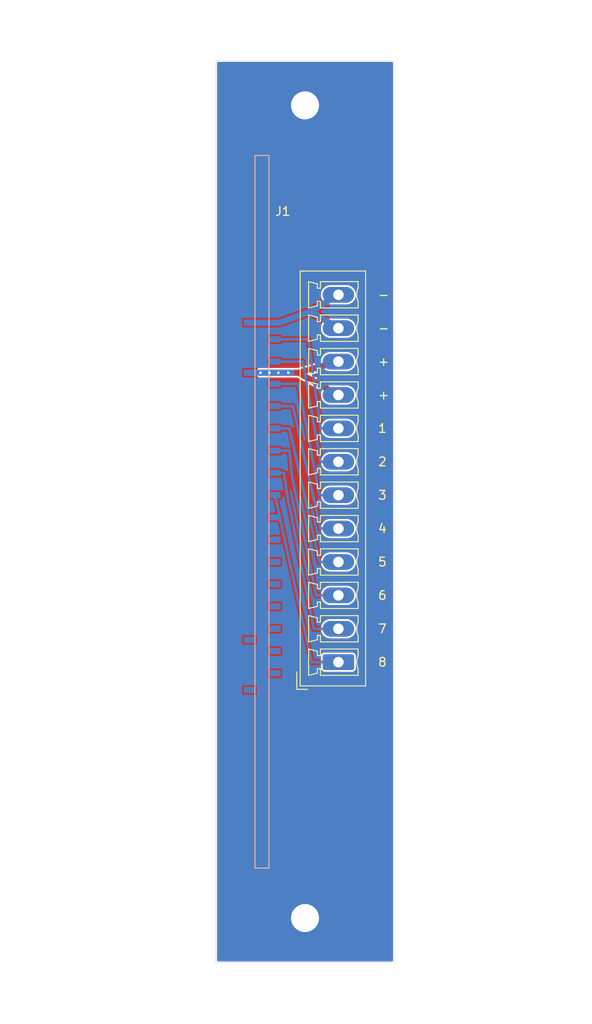
<source format=kicad_pcb>
(kicad_pcb (version 20171130) (host pcbnew 5.1.5+dfsg1-2build2)

  (general
    (thickness 1.6)
    (drawings 37)
    (tracks 42)
    (zones 0)
    (modules 4)
    (nets 22)
  )

  (page A4)
  (layers
    (0 F.Cu signal)
    (31 B.Cu signal)
    (32 B.Adhes user)
    (33 F.Adhes user)
    (34 B.Paste user)
    (35 F.Paste user)
    (36 B.SilkS user)
    (37 F.SilkS user)
    (38 B.Mask user)
    (39 F.Mask user)
    (40 Dwgs.User user)
    (41 Cmts.User user)
    (42 Eco1.User user)
    (43 Eco2.User user)
    (44 Edge.Cuts user)
    (45 Margin user)
    (46 B.CrtYd user)
    (47 F.CrtYd user)
    (48 B.Fab user)
    (49 F.Fab user)
  )

  (setup
    (last_trace_width 0.25)
    (user_trace_width 0.3)
    (user_trace_width 0.5)
    (user_trace_width 0.7)
    (user_trace_width 1)
    (trace_clearance 0.2)
    (zone_clearance 0.1)
    (zone_45_only no)
    (trace_min 0.2)
    (via_size 0.8)
    (via_drill 0.4)
    (via_min_size 0.4)
    (via_min_drill 0.3)
    (user_via 0.6 0.3)
    (uvia_size 0.3)
    (uvia_drill 0.1)
    (uvias_allowed no)
    (uvia_min_size 0.2)
    (uvia_min_drill 0.1)
    (edge_width 0.05)
    (segment_width 0.2)
    (pcb_text_width 0.3)
    (pcb_text_size 1.5 1.5)
    (mod_edge_width 0.12)
    (mod_text_size 1 1)
    (mod_text_width 0.15)
    (pad_size 1.27 0.7)
    (pad_drill 0)
    (pad_to_mask_clearance 0.051)
    (solder_mask_min_width 0.25)
    (aux_axis_origin 0 0)
    (grid_origin 78.74 43.2)
    (visible_elements FFFFFF7F)
    (pcbplotparams
      (layerselection 0x010fc_ffffffff)
      (usegerberextensions true)
      (usegerberattributes false)
      (usegerberadvancedattributes false)
      (creategerberjobfile false)
      (excludeedgelayer true)
      (linewidth 0.100000)
      (plotframeref false)
      (viasonmask false)
      (mode 1)
      (useauxorigin false)
      (hpglpennumber 1)
      (hpglpenspeed 20)
      (hpglpendiameter 15.000000)
      (psnegative false)
      (psa4output false)
      (plotreference true)
      (plotvalue true)
      (plotinvisibletext false)
      (padsonsilk false)
      (subtractmaskfromsilk true)
      (outputformat 1)
      (mirror false)
      (drillshape 0)
      (scaleselection 1)
      (outputdirectory "gerber/"))
  )

  (net 0 "")
  (net 1 GND)
  (net 2 L0)
  (net 3 L1)
  (net 4 L2)
  (net 5 L3)
  (net 6 L4)
  (net 7 L5)
  (net 8 L6)
  (net 9 L7)
  (net 10 "Net-(J1-Pad20)")
  (net 11 "Net-(J1-Pad19)")
  (net 12 "Net-(J1-Pad16)")
  (net 13 "Net-(J1-Pad15)")
  (net 14 "Net-(J1-Pad14)")
  (net 15 "Net-(J1-Pad13)")
  (net 16 "Net-(J1-Pad12)")
  (net 17 "Net-(J1-Pad11)")
  (net 18 "Net-(J1-Pad10)")
  (net 19 "Net-(J1-Pad9)")
  (net 20 VP0_7)
  (net 21 VM0_7)

  (net_class Default "This is the default net class."
    (clearance 0.2)
    (trace_width 0.25)
    (via_dia 0.8)
    (via_drill 0.4)
    (uvia_dia 0.3)
    (uvia_drill 0.1)
    (add_net GND)
    (add_net L0)
    (add_net L1)
    (add_net L2)
    (add_net L3)
    (add_net L4)
    (add_net L5)
    (add_net L6)
    (add_net L7)
    (add_net "Net-(J1-Pad10)")
    (add_net "Net-(J1-Pad11)")
    (add_net "Net-(J1-Pad12)")
    (add_net "Net-(J1-Pad13)")
    (add_net "Net-(J1-Pad14)")
    (add_net "Net-(J1-Pad15)")
    (add_net "Net-(J1-Pad16)")
    (add_net "Net-(J1-Pad19)")
    (add_net "Net-(J1-Pad20)")
    (add_net "Net-(J1-Pad9)")
    (add_net VM0_7)
    (add_net VP0_7)
  )

  (module plc88:fm16_i (layer F.Cu) (tedit 63A7E79E) (tstamp 63A7EAD5)
    (at 80.645 55.265)
    (path /63A7EE93)
    (fp_text reference J1 (at 1.27 -5.715) (layer F.SilkS)
      (effects (font (size 1 1) (thickness 0.15)))
    )
    (fp_text value fm16_i (at 0.635 -7.62) (layer F.Fab)
      (effects (font (size 1 1) (thickness 0.15)))
    )
    (fp_line (start -0.305 -12.085) (end -0.305 69.215) (layer B.SilkS) (width 0.12))
    (fp_line (start -1.905 -12.085) (end -0.305 -12.085) (layer B.SilkS) (width 0.12))
    (fp_line (start -1.905 69.215) (end -0.305 69.215) (layer B.SilkS) (width 0.12))
    (fp_line (start -1.905 -12.065) (end -1.905 69.215) (layer B.SilkS) (width 0.12))
    (pad 25 smd rect (at 0.381 57.785) (size 1.27 7.62) (layers B.Cu B.Paste B.Mask)
      (net 1 GND) (zone_connect 2))
    (pad 24 smd rect (at 0.381 -0.635) (size 1.27 7.62) (layers B.Cu B.Paste B.Mask)
      (net 1 GND) (zone_connect 2))
    (pad 23 smd rect (at -2.54 57.785) (size 1.27 7.62) (layers B.Cu B.Paste B.Mask)
      (net 1 GND) (zone_connect 2))
    (pad 22 smd rect (at -2.54 28.575) (size 1.27 7.62) (layers B.Cu B.Paste B.Mask)
      (net 1 GND) (zone_connect 2))
    (pad 21 smd rect (at -2.54 -0.635) (size 1.27 7.62) (layers B.Cu B.Paste B.Mask)
      (net 1 GND) (zone_connect 2))
    (pad 20 smd rect (at -2.54 48.895) (size 1.27 0.7) (layers B.Cu B.Paste B.Mask)
      (net 10 "Net-(J1-Pad20)"))
    (pad 19 smd rect (at -2.54 43.18) (size 1.27 0.7) (layers B.Cu B.Paste B.Mask)
      (net 11 "Net-(J1-Pad19)"))
    (pad 18 smd rect (at -2.54 12.7) (size 1.27 0.7) (layers B.Cu B.Paste B.Mask)
      (net 20 VP0_7))
    (pad 17 smd rect (at -2.54 6.985) (size 1.27 0.7) (layers B.Cu B.Paste B.Mask)
      (net 21 VM0_7))
    (pad 16 smd rect (at 0.381 46.99) (size 1.27 0.7) (layers B.Cu B.Paste B.Mask)
      (net 12 "Net-(J1-Pad16)"))
    (pad 15 smd rect (at 0.381 44.45) (size 1.27 0.7) (layers B.Cu B.Paste B.Mask)
      (net 13 "Net-(J1-Pad15)"))
    (pad 14 smd rect (at 0.381 41.91) (size 1.27 0.7) (layers B.Cu B.Paste B.Mask)
      (net 14 "Net-(J1-Pad14)"))
    (pad 13 smd rect (at 0.381 39.37) (size 1.27 0.7) (layers B.Cu B.Paste B.Mask)
      (net 15 "Net-(J1-Pad13)"))
    (pad 12 smd rect (at 0.381 36.83) (size 1.27 0.7) (layers B.Cu B.Paste B.Mask)
      (net 16 "Net-(J1-Pad12)"))
    (pad 11 smd rect (at 0.381 34.29) (size 1.27 0.7) (layers B.Cu B.Paste B.Mask)
      (net 17 "Net-(J1-Pad11)"))
    (pad 10 smd rect (at 0.381 31.75) (size 1.27 0.7) (layers B.Cu B.Paste B.Mask)
      (net 18 "Net-(J1-Pad10)"))
    (pad 9 smd rect (at 0.381 29.21) (size 1.27 0.7) (layers B.Cu B.Paste B.Mask)
      (net 19 "Net-(J1-Pad9)"))
    (pad 8 smd rect (at 0.381 26.67) (size 1.27 0.7) (layers B.Cu B.Paste B.Mask)
      (net 9 L7))
    (pad 7 smd rect (at 0.381 24.13) (size 1.27 0.7) (layers B.Cu B.Paste B.Mask)
      (net 8 L6))
    (pad 6 smd rect (at 0.381 21.59) (size 1.27 0.7) (layers B.Cu B.Paste B.Mask)
      (net 7 L5))
    (pad 5 smd rect (at 0.381 19.05) (size 1.27 0.7) (layers B.Cu B.Paste B.Mask)
      (net 6 L4))
    (pad 4 smd rect (at 0.381 16.51) (size 1.27 0.7) (layers B.Cu B.Paste B.Mask)
      (net 5 L3))
    (pad 3 smd rect (at 0.381 13.97) (size 1.27 0.7) (layers B.Cu B.Paste B.Mask)
      (net 4 L2))
    (pad 2 smd rect (at 0.381 11.43) (size 1.27 0.7) (layers B.Cu B.Paste B.Mask)
      (net 3 L1))
    (pad 1 smd rect (at 0.381 8.89) (size 1.27 0.7) (layers B.Cu B.Paste B.Mask)
      (net 2 L0))
  )

  (module Connector_Phoenix_MC:PhoenixContact_MCV_1,5_12-G-3.81_1x12_P3.81mm_Vertical (layer F.Cu) (tedit 5B784ED2) (tstamp 63580381)
    (at 88.265 100.985 90)
    (descr "Generic Phoenix Contact connector footprint for: MCV_1,5/12-G-3.81; number of pins: 12; pin pitch: 3.81mm; Vertical || order number: 1803523 8A 160V")
    (tags "phoenix_contact connector MCV_01x12_G_3.81mm")
    (path /6358501D)
    (fp_text reference J2 (at 20.96 -5.45 90) (layer F.SilkS) hide
      (effects (font (size 1 1) (thickness 0.15)))
    )
    (fp_text value Conn_01x12 (at 20.96 4.2 90) (layer F.Fab) hide
      (effects (font (size 1 1) (thickness 0.15)))
    )
    (fp_text user %R (at 20.96 -3.55 90) (layer F.Fab) hide
      (effects (font (size 1 1) (thickness 0.15)))
    )
    (fp_line (start -3.1 -4.75) (end -1.1 -4.75) (layer F.Fab) (width 0.1))
    (fp_line (start -3.1 -3.5) (end -3.1 -4.75) (layer F.Fab) (width 0.1))
    (fp_line (start -3.1 -4.75) (end -1.1 -4.75) (layer F.SilkS) (width 0.12))
    (fp_line (start -3.1 -3.5) (end -3.1 -4.75) (layer F.SilkS) (width 0.12))
    (fp_line (start 45.01 -4.75) (end -3.1 -4.75) (layer F.CrtYd) (width 0.05))
    (fp_line (start 45.01 3.5) (end 45.01 -4.75) (layer F.CrtYd) (width 0.05))
    (fp_line (start -3.1 3.5) (end 45.01 3.5) (layer F.CrtYd) (width 0.05))
    (fp_line (start -3.1 -4.75) (end -3.1 3.5) (layer F.CrtYd) (width 0.05))
    (fp_line (start 43.41 2.25) (end 42.66 2.25) (layer F.SilkS) (width 0.12))
    (fp_line (start 43.41 -2.05) (end 43.41 2.25) (layer F.SilkS) (width 0.12))
    (fp_line (start 42.66 -2.05) (end 43.41 -2.05) (layer F.SilkS) (width 0.12))
    (fp_line (start 42.66 -2.4) (end 42.66 -2.05) (layer F.SilkS) (width 0.12))
    (fp_line (start 43.16 -2.4) (end 42.66 -2.4) (layer F.SilkS) (width 0.12))
    (fp_line (start 43.41 -3.4) (end 43.16 -2.4) (layer F.SilkS) (width 0.12))
    (fp_line (start 40.41 -3.4) (end 43.41 -3.4) (layer F.SilkS) (width 0.12))
    (fp_line (start 40.66 -2.4) (end 40.41 -3.4) (layer F.SilkS) (width 0.12))
    (fp_line (start 41.16 -2.4) (end 40.66 -2.4) (layer F.SilkS) (width 0.12))
    (fp_line (start 41.16 -2.05) (end 41.16 -2.4) (layer F.SilkS) (width 0.12))
    (fp_line (start 40.41 -2.05) (end 41.16 -2.05) (layer F.SilkS) (width 0.12))
    (fp_line (start 40.41 2.25) (end 40.41 -2.05) (layer F.SilkS) (width 0.12))
    (fp_line (start 41.16 2.25) (end 40.41 2.25) (layer F.SilkS) (width 0.12))
    (fp_line (start 39.6 2.25) (end 38.85 2.25) (layer F.SilkS) (width 0.12))
    (fp_line (start 39.6 -2.05) (end 39.6 2.25) (layer F.SilkS) (width 0.12))
    (fp_line (start 38.85 -2.05) (end 39.6 -2.05) (layer F.SilkS) (width 0.12))
    (fp_line (start 38.85 -2.4) (end 38.85 -2.05) (layer F.SilkS) (width 0.12))
    (fp_line (start 39.35 -2.4) (end 38.85 -2.4) (layer F.SilkS) (width 0.12))
    (fp_line (start 39.6 -3.4) (end 39.35 -2.4) (layer F.SilkS) (width 0.12))
    (fp_line (start 36.6 -3.4) (end 39.6 -3.4) (layer F.SilkS) (width 0.12))
    (fp_line (start 36.85 -2.4) (end 36.6 -3.4) (layer F.SilkS) (width 0.12))
    (fp_line (start 37.35 -2.4) (end 36.85 -2.4) (layer F.SilkS) (width 0.12))
    (fp_line (start 37.35 -2.05) (end 37.35 -2.4) (layer F.SilkS) (width 0.12))
    (fp_line (start 36.6 -2.05) (end 37.35 -2.05) (layer F.SilkS) (width 0.12))
    (fp_line (start 36.6 2.25) (end 36.6 -2.05) (layer F.SilkS) (width 0.12))
    (fp_line (start 37.35 2.25) (end 36.6 2.25) (layer F.SilkS) (width 0.12))
    (fp_line (start 35.79 2.25) (end 35.04 2.25) (layer F.SilkS) (width 0.12))
    (fp_line (start 35.79 -2.05) (end 35.79 2.25) (layer F.SilkS) (width 0.12))
    (fp_line (start 35.04 -2.05) (end 35.79 -2.05) (layer F.SilkS) (width 0.12))
    (fp_line (start 35.04 -2.4) (end 35.04 -2.05) (layer F.SilkS) (width 0.12))
    (fp_line (start 35.54 -2.4) (end 35.04 -2.4) (layer F.SilkS) (width 0.12))
    (fp_line (start 35.79 -3.4) (end 35.54 -2.4) (layer F.SilkS) (width 0.12))
    (fp_line (start 32.79 -3.4) (end 35.79 -3.4) (layer F.SilkS) (width 0.12))
    (fp_line (start 33.04 -2.4) (end 32.79 -3.4) (layer F.SilkS) (width 0.12))
    (fp_line (start 33.54 -2.4) (end 33.04 -2.4) (layer F.SilkS) (width 0.12))
    (fp_line (start 33.54 -2.05) (end 33.54 -2.4) (layer F.SilkS) (width 0.12))
    (fp_line (start 32.79 -2.05) (end 33.54 -2.05) (layer F.SilkS) (width 0.12))
    (fp_line (start 32.79 2.25) (end 32.79 -2.05) (layer F.SilkS) (width 0.12))
    (fp_line (start 33.54 2.25) (end 32.79 2.25) (layer F.SilkS) (width 0.12))
    (fp_line (start 31.98 2.25) (end 31.23 2.25) (layer F.SilkS) (width 0.12))
    (fp_line (start 31.98 -2.05) (end 31.98 2.25) (layer F.SilkS) (width 0.12))
    (fp_line (start 31.23 -2.05) (end 31.98 -2.05) (layer F.SilkS) (width 0.12))
    (fp_line (start 31.23 -2.4) (end 31.23 -2.05) (layer F.SilkS) (width 0.12))
    (fp_line (start 31.73 -2.4) (end 31.23 -2.4) (layer F.SilkS) (width 0.12))
    (fp_line (start 31.98 -3.4) (end 31.73 -2.4) (layer F.SilkS) (width 0.12))
    (fp_line (start 28.98 -3.4) (end 31.98 -3.4) (layer F.SilkS) (width 0.12))
    (fp_line (start 29.23 -2.4) (end 28.98 -3.4) (layer F.SilkS) (width 0.12))
    (fp_line (start 29.73 -2.4) (end 29.23 -2.4) (layer F.SilkS) (width 0.12))
    (fp_line (start 29.73 -2.05) (end 29.73 -2.4) (layer F.SilkS) (width 0.12))
    (fp_line (start 28.98 -2.05) (end 29.73 -2.05) (layer F.SilkS) (width 0.12))
    (fp_line (start 28.98 2.25) (end 28.98 -2.05) (layer F.SilkS) (width 0.12))
    (fp_line (start 29.73 2.25) (end 28.98 2.25) (layer F.SilkS) (width 0.12))
    (fp_line (start 28.17 2.25) (end 27.42 2.25) (layer F.SilkS) (width 0.12))
    (fp_line (start 28.17 -2.05) (end 28.17 2.25) (layer F.SilkS) (width 0.12))
    (fp_line (start 27.42 -2.05) (end 28.17 -2.05) (layer F.SilkS) (width 0.12))
    (fp_line (start 27.42 -2.4) (end 27.42 -2.05) (layer F.SilkS) (width 0.12))
    (fp_line (start 27.92 -2.4) (end 27.42 -2.4) (layer F.SilkS) (width 0.12))
    (fp_line (start 28.17 -3.4) (end 27.92 -2.4) (layer F.SilkS) (width 0.12))
    (fp_line (start 25.17 -3.4) (end 28.17 -3.4) (layer F.SilkS) (width 0.12))
    (fp_line (start 25.42 -2.4) (end 25.17 -3.4) (layer F.SilkS) (width 0.12))
    (fp_line (start 25.92 -2.4) (end 25.42 -2.4) (layer F.SilkS) (width 0.12))
    (fp_line (start 25.92 -2.05) (end 25.92 -2.4) (layer F.SilkS) (width 0.12))
    (fp_line (start 25.17 -2.05) (end 25.92 -2.05) (layer F.SilkS) (width 0.12))
    (fp_line (start 25.17 2.25) (end 25.17 -2.05) (layer F.SilkS) (width 0.12))
    (fp_line (start 25.92 2.25) (end 25.17 2.25) (layer F.SilkS) (width 0.12))
    (fp_line (start 24.36 2.25) (end 23.61 2.25) (layer F.SilkS) (width 0.12))
    (fp_line (start 24.36 -2.05) (end 24.36 2.25) (layer F.SilkS) (width 0.12))
    (fp_line (start 23.61 -2.05) (end 24.36 -2.05) (layer F.SilkS) (width 0.12))
    (fp_line (start 23.61 -2.4) (end 23.61 -2.05) (layer F.SilkS) (width 0.12))
    (fp_line (start 24.11 -2.4) (end 23.61 -2.4) (layer F.SilkS) (width 0.12))
    (fp_line (start 24.36 -3.4) (end 24.11 -2.4) (layer F.SilkS) (width 0.12))
    (fp_line (start 21.36 -3.4) (end 24.36 -3.4) (layer F.SilkS) (width 0.12))
    (fp_line (start 21.61 -2.4) (end 21.36 -3.4) (layer F.SilkS) (width 0.12))
    (fp_line (start 22.11 -2.4) (end 21.61 -2.4) (layer F.SilkS) (width 0.12))
    (fp_line (start 22.11 -2.05) (end 22.11 -2.4) (layer F.SilkS) (width 0.12))
    (fp_line (start 21.36 -2.05) (end 22.11 -2.05) (layer F.SilkS) (width 0.12))
    (fp_line (start 21.36 2.25) (end 21.36 -2.05) (layer F.SilkS) (width 0.12))
    (fp_line (start 22.11 2.25) (end 21.36 2.25) (layer F.SilkS) (width 0.12))
    (fp_line (start 20.55 2.25) (end 19.8 2.25) (layer F.SilkS) (width 0.12))
    (fp_line (start 20.55 -2.05) (end 20.55 2.25) (layer F.SilkS) (width 0.12))
    (fp_line (start 19.8 -2.05) (end 20.55 -2.05) (layer F.SilkS) (width 0.12))
    (fp_line (start 19.8 -2.4) (end 19.8 -2.05) (layer F.SilkS) (width 0.12))
    (fp_line (start 20.3 -2.4) (end 19.8 -2.4) (layer F.SilkS) (width 0.12))
    (fp_line (start 20.55 -3.4) (end 20.3 -2.4) (layer F.SilkS) (width 0.12))
    (fp_line (start 17.55 -3.4) (end 20.55 -3.4) (layer F.SilkS) (width 0.12))
    (fp_line (start 17.8 -2.4) (end 17.55 -3.4) (layer F.SilkS) (width 0.12))
    (fp_line (start 18.3 -2.4) (end 17.8 -2.4) (layer F.SilkS) (width 0.12))
    (fp_line (start 18.3 -2.05) (end 18.3 -2.4) (layer F.SilkS) (width 0.12))
    (fp_line (start 17.55 -2.05) (end 18.3 -2.05) (layer F.SilkS) (width 0.12))
    (fp_line (start 17.55 2.25) (end 17.55 -2.05) (layer F.SilkS) (width 0.12))
    (fp_line (start 18.3 2.25) (end 17.55 2.25) (layer F.SilkS) (width 0.12))
    (fp_line (start 16.74 2.25) (end 15.99 2.25) (layer F.SilkS) (width 0.12))
    (fp_line (start 16.74 -2.05) (end 16.74 2.25) (layer F.SilkS) (width 0.12))
    (fp_line (start 15.99 -2.05) (end 16.74 -2.05) (layer F.SilkS) (width 0.12))
    (fp_line (start 15.99 -2.4) (end 15.99 -2.05) (layer F.SilkS) (width 0.12))
    (fp_line (start 16.49 -2.4) (end 15.99 -2.4) (layer F.SilkS) (width 0.12))
    (fp_line (start 16.74 -3.4) (end 16.49 -2.4) (layer F.SilkS) (width 0.12))
    (fp_line (start 13.74 -3.4) (end 16.74 -3.4) (layer F.SilkS) (width 0.12))
    (fp_line (start 13.99 -2.4) (end 13.74 -3.4) (layer F.SilkS) (width 0.12))
    (fp_line (start 14.49 -2.4) (end 13.99 -2.4) (layer F.SilkS) (width 0.12))
    (fp_line (start 14.49 -2.05) (end 14.49 -2.4) (layer F.SilkS) (width 0.12))
    (fp_line (start 13.74 -2.05) (end 14.49 -2.05) (layer F.SilkS) (width 0.12))
    (fp_line (start 13.74 2.25) (end 13.74 -2.05) (layer F.SilkS) (width 0.12))
    (fp_line (start 14.49 2.25) (end 13.74 2.25) (layer F.SilkS) (width 0.12))
    (fp_line (start 12.93 2.25) (end 12.18 2.25) (layer F.SilkS) (width 0.12))
    (fp_line (start 12.93 -2.05) (end 12.93 2.25) (layer F.SilkS) (width 0.12))
    (fp_line (start 12.18 -2.05) (end 12.93 -2.05) (layer F.SilkS) (width 0.12))
    (fp_line (start 12.18 -2.4) (end 12.18 -2.05) (layer F.SilkS) (width 0.12))
    (fp_line (start 12.68 -2.4) (end 12.18 -2.4) (layer F.SilkS) (width 0.12))
    (fp_line (start 12.93 -3.4) (end 12.68 -2.4) (layer F.SilkS) (width 0.12))
    (fp_line (start 9.93 -3.4) (end 12.93 -3.4) (layer F.SilkS) (width 0.12))
    (fp_line (start 10.18 -2.4) (end 9.93 -3.4) (layer F.SilkS) (width 0.12))
    (fp_line (start 10.68 -2.4) (end 10.18 -2.4) (layer F.SilkS) (width 0.12))
    (fp_line (start 10.68 -2.05) (end 10.68 -2.4) (layer F.SilkS) (width 0.12))
    (fp_line (start 9.93 -2.05) (end 10.68 -2.05) (layer F.SilkS) (width 0.12))
    (fp_line (start 9.93 2.25) (end 9.93 -2.05) (layer F.SilkS) (width 0.12))
    (fp_line (start 10.68 2.25) (end 9.93 2.25) (layer F.SilkS) (width 0.12))
    (fp_line (start 9.12 2.25) (end 8.37 2.25) (layer F.SilkS) (width 0.12))
    (fp_line (start 9.12 -2.05) (end 9.12 2.25) (layer F.SilkS) (width 0.12))
    (fp_line (start 8.37 -2.05) (end 9.12 -2.05) (layer F.SilkS) (width 0.12))
    (fp_line (start 8.37 -2.4) (end 8.37 -2.05) (layer F.SilkS) (width 0.12))
    (fp_line (start 8.87 -2.4) (end 8.37 -2.4) (layer F.SilkS) (width 0.12))
    (fp_line (start 9.12 -3.4) (end 8.87 -2.4) (layer F.SilkS) (width 0.12))
    (fp_line (start 6.12 -3.4) (end 9.12 -3.4) (layer F.SilkS) (width 0.12))
    (fp_line (start 6.37 -2.4) (end 6.12 -3.4) (layer F.SilkS) (width 0.12))
    (fp_line (start 6.87 -2.4) (end 6.37 -2.4) (layer F.SilkS) (width 0.12))
    (fp_line (start 6.87 -2.05) (end 6.87 -2.4) (layer F.SilkS) (width 0.12))
    (fp_line (start 6.12 -2.05) (end 6.87 -2.05) (layer F.SilkS) (width 0.12))
    (fp_line (start 6.12 2.25) (end 6.12 -2.05) (layer F.SilkS) (width 0.12))
    (fp_line (start 6.87 2.25) (end 6.12 2.25) (layer F.SilkS) (width 0.12))
    (fp_line (start 5.31 2.25) (end 4.56 2.25) (layer F.SilkS) (width 0.12))
    (fp_line (start 5.31 -2.05) (end 5.31 2.25) (layer F.SilkS) (width 0.12))
    (fp_line (start 4.56 -2.05) (end 5.31 -2.05) (layer F.SilkS) (width 0.12))
    (fp_line (start 4.56 -2.4) (end 4.56 -2.05) (layer F.SilkS) (width 0.12))
    (fp_line (start 5.06 -2.4) (end 4.56 -2.4) (layer F.SilkS) (width 0.12))
    (fp_line (start 5.31 -3.4) (end 5.06 -2.4) (layer F.SilkS) (width 0.12))
    (fp_line (start 2.31 -3.4) (end 5.31 -3.4) (layer F.SilkS) (width 0.12))
    (fp_line (start 2.56 -2.4) (end 2.31 -3.4) (layer F.SilkS) (width 0.12))
    (fp_line (start 3.06 -2.4) (end 2.56 -2.4) (layer F.SilkS) (width 0.12))
    (fp_line (start 3.06 -2.05) (end 3.06 -2.4) (layer F.SilkS) (width 0.12))
    (fp_line (start 2.31 -2.05) (end 3.06 -2.05) (layer F.SilkS) (width 0.12))
    (fp_line (start 2.31 2.25) (end 2.31 -2.05) (layer F.SilkS) (width 0.12))
    (fp_line (start 3.06 2.25) (end 2.31 2.25) (layer F.SilkS) (width 0.12))
    (fp_line (start 1.5 2.25) (end 0.75 2.25) (layer F.SilkS) (width 0.12))
    (fp_line (start 1.5 -2.05) (end 1.5 2.25) (layer F.SilkS) (width 0.12))
    (fp_line (start 0.75 -2.05) (end 1.5 -2.05) (layer F.SilkS) (width 0.12))
    (fp_line (start 0.75 -2.4) (end 0.75 -2.05) (layer F.SilkS) (width 0.12))
    (fp_line (start 1.25 -2.4) (end 0.75 -2.4) (layer F.SilkS) (width 0.12))
    (fp_line (start 1.5 -3.4) (end 1.25 -2.4) (layer F.SilkS) (width 0.12))
    (fp_line (start -1.5 -3.4) (end 1.5 -3.4) (layer F.SilkS) (width 0.12))
    (fp_line (start -1.25 -2.4) (end -1.5 -3.4) (layer F.SilkS) (width 0.12))
    (fp_line (start -0.75 -2.4) (end -1.25 -2.4) (layer F.SilkS) (width 0.12))
    (fp_line (start -0.75 -2.05) (end -0.75 -2.4) (layer F.SilkS) (width 0.12))
    (fp_line (start -1.5 -2.05) (end -0.75 -2.05) (layer F.SilkS) (width 0.12))
    (fp_line (start -1.5 2.25) (end -1.5 -2.05) (layer F.SilkS) (width 0.12))
    (fp_line (start -0.75 2.25) (end -1.5 2.25) (layer F.SilkS) (width 0.12))
    (fp_line (start 44.51 -4.25) (end -2.6 -4.25) (layer F.Fab) (width 0.1))
    (fp_line (start 44.51 3) (end 44.51 -4.25) (layer F.Fab) (width 0.1))
    (fp_line (start -2.6 3) (end 44.51 3) (layer F.Fab) (width 0.1))
    (fp_line (start -2.6 -4.25) (end -2.6 3) (layer F.Fab) (width 0.1))
    (fp_line (start 44.62 -4.36) (end -2.71 -4.36) (layer F.SilkS) (width 0.12))
    (fp_line (start 44.62 3.11) (end 44.62 -4.36) (layer F.SilkS) (width 0.12))
    (fp_line (start -2.71 3.11) (end 44.62 3.11) (layer F.SilkS) (width 0.12))
    (fp_line (start -2.71 -4.36) (end -2.71 3.11) (layer F.SilkS) (width 0.12))
    (fp_arc (start 41.91 3.95) (end 41.16 2.25) (angle 47.6) (layer F.SilkS) (width 0.12))
    (fp_arc (start 38.1 3.95) (end 37.35 2.25) (angle 47.6) (layer F.SilkS) (width 0.12))
    (fp_arc (start 34.29 3.95) (end 33.54 2.25) (angle 47.6) (layer F.SilkS) (width 0.12))
    (fp_arc (start 30.48 3.95) (end 29.73 2.25) (angle 47.6) (layer F.SilkS) (width 0.12))
    (fp_arc (start 26.67 3.95) (end 25.92 2.25) (angle 47.6) (layer F.SilkS) (width 0.12))
    (fp_arc (start 22.86 3.95) (end 22.11 2.25) (angle 47.6) (layer F.SilkS) (width 0.12))
    (fp_arc (start 19.05 3.95) (end 18.3 2.25) (angle 47.6) (layer F.SilkS) (width 0.12))
    (fp_arc (start 15.24 3.95) (end 14.49 2.25) (angle 47.6) (layer F.SilkS) (width 0.12))
    (fp_arc (start 11.43 3.95) (end 10.68 2.25) (angle 47.6) (layer F.SilkS) (width 0.12))
    (fp_arc (start 7.62 3.95) (end 6.87 2.25) (angle 47.6) (layer F.SilkS) (width 0.12))
    (fp_arc (start 3.81 3.95) (end 3.06 2.25) (angle 47.6) (layer F.SilkS) (width 0.12))
    (fp_arc (start 0 3.95) (end -0.75 2.25) (angle 47.6) (layer F.SilkS) (width 0.12))
    (pad 12 thru_hole oval (at 41.91 0 90) (size 1.8 3.6) (drill 1.2) (layers *.Cu *.Mask)
      (net 21 VM0_7))
    (pad 11 thru_hole oval (at 38.1 0 90) (size 1.8 3.6) (drill 1.2) (layers *.Cu *.Mask)
      (net 21 VM0_7))
    (pad 10 thru_hole oval (at 34.29 0 90) (size 1.8 3.6) (drill 1.2) (layers *.Cu *.Mask)
      (net 20 VP0_7))
    (pad 9 thru_hole oval (at 30.48 0 90) (size 1.8 3.6) (drill 1.2) (layers *.Cu *.Mask)
      (net 20 VP0_7))
    (pad 8 thru_hole oval (at 26.67 0 90) (size 1.8 3.6) (drill 1.2) (layers *.Cu *.Mask)
      (net 2 L0))
    (pad 7 thru_hole oval (at 22.86 0 90) (size 1.8 3.6) (drill 1.2) (layers *.Cu *.Mask)
      (net 3 L1))
    (pad 6 thru_hole oval (at 19.05 0 90) (size 1.8 3.6) (drill 1.2) (layers *.Cu *.Mask)
      (net 4 L2))
    (pad 5 thru_hole oval (at 15.24 0 90) (size 1.8 3.6) (drill 1.2) (layers *.Cu *.Mask)
      (net 5 L3))
    (pad 4 thru_hole oval (at 11.43 0 90) (size 1.8 3.6) (drill 1.2) (layers *.Cu *.Mask)
      (net 6 L4))
    (pad 3 thru_hole oval (at 7.62 0 90) (size 1.8 3.6) (drill 1.2) (layers *.Cu *.Mask)
      (net 7 L5))
    (pad 2 thru_hole oval (at 3.81 0 90) (size 1.8 3.6) (drill 1.2) (layers *.Cu *.Mask)
      (net 8 L6))
    (pad 1 thru_hole roundrect (at 0 0 90) (size 1.8 3.6) (drill 1.2) (layers *.Cu *.Mask) (roundrect_rratio 0.138889)
      (net 9 L7))
    (model ${KISYS3DMOD}/Connector_Phoenix_MC.3dshapes/PhoenixContact_MCV_1,5_12-G-3.81_1x12_P3.81mm_Vertical.wrl
      (at (xyz 0 0 0))
      (scale (xyz 1 1 1))
      (rotate (xyz 0 0 0))
    )
  )

  (module MountingHole:MountingHole_3.2mm_M3_Pad (layer F.Cu) (tedit 61F97160) (tstamp 61F9706A)
    (at 84.455 37.465)
    (descr "Mounting Hole 3.2mm, M3")
    (tags "mounting hole 3.2mm m3")
    (path /61F96FAB)
    (attr virtual)
    (fp_text reference H1 (at 0 -4.2) (layer F.SilkS) hide
      (effects (font (size 1 1) (thickness 0.15)))
    )
    (fp_text value MountingHole_Pad (at 0 4.2) (layer F.Fab) hide
      (effects (font (size 1 1) (thickness 0.15)))
    )
    (fp_text user %R (at 0.3 0) (layer F.Fab) hide
      (effects (font (size 1 1) (thickness 0.15)))
    )
    (fp_circle (center 0 0) (end 3.2 0) (layer Cmts.User) (width 0.15))
    (fp_circle (center 0 0) (end 3.45 0) (layer F.CrtYd) (width 0.05))
    (pad 1 thru_hole circle (at 0 0) (size 6.4 6.4) (drill 3.2) (layers *.Cu *.Mask)
      (net 1 GND) (zone_connect 2))
  )

  (module MountingHole:MountingHole_3.2mm_M3_Pad (layer F.Cu) (tedit 61F97169) (tstamp 61F96D2B)
    (at 84.455 130.175)
    (descr "Mounting Hole 3.2mm, M3")
    (tags "mounting hole 3.2mm m3")
    (path /61F97419)
    (attr virtual)
    (fp_text reference H2 (at 0 -4.2) (layer F.SilkS) hide
      (effects (font (size 1 1) (thickness 0.15)))
    )
    (fp_text value MountingHole_Pad (at 0 4.2) (layer F.Fab) hide
      (effects (font (size 1 1) (thickness 0.15)))
    )
    (fp_circle (center 0 0) (end 3.45 0) (layer F.CrtYd) (width 0.05))
    (fp_circle (center 0 0) (end 3.2 0) (layer Cmts.User) (width 0.15))
    (fp_text user %R (at 0.3 0) (layer F.Fab) hide
      (effects (font (size 1 1) (thickness 0.15)))
    )
    (pad 1 thru_hole circle (at 0 0) (size 6.4 6.4) (drill 3.2) (layers *.Cu *.Mask)
      (net 1 GND) (zone_connect 2))
  )

  (gr_text 8 (at 92.71 100.985) (layer F.SilkS)
    (effects (font (size 1 1) (thickness 0.15)) (justify left))
  )
  (gr_text 7 (at 92.71 97.175) (layer F.SilkS)
    (effects (font (size 1 1) (thickness 0.15)) (justify left))
  )
  (gr_text 6 (at 92.71 93.365) (layer F.SilkS)
    (effects (font (size 1 1) (thickness 0.15)) (justify left))
  )
  (gr_text 5 (at 92.71 89.555) (layer F.SilkS)
    (effects (font (size 1 1) (thickness 0.15)) (justify left))
  )
  (gr_text 4 (at 92.71 85.745) (layer F.SilkS)
    (effects (font (size 1 1) (thickness 0.15)) (justify left))
  )
  (gr_text 3 (at 92.71 81.935) (layer F.SilkS)
    (effects (font (size 1 1) (thickness 0.15)) (justify left))
  )
  (gr_text 2 (at 92.71 78.125) (layer F.SilkS)
    (effects (font (size 1 1) (thickness 0.15)) (justify left))
  )
  (gr_text 1 (at 92.71 74.315) (layer F.SilkS)
    (effects (font (size 1 1) (thickness 0.15)) (justify left))
  )
  (gr_text + (at 92.71 70.505) (layer F.SilkS)
    (effects (font (size 1 1) (thickness 0.15)) (justify left))
  )
  (gr_text + (at 92.71 66.695) (layer F.SilkS)
    (effects (font (size 1 1) (thickness 0.15)) (justify left))
  )
  (gr_text - (at 92.71 62.885) (layer F.SilkS)
    (effects (font (size 1 1) (thickness 0.15)) (justify left))
  )
  (gr_text - (at 92.71 59.075) (layer F.SilkS)
    (effects (font (size 1 1) (thickness 0.15)) (justify left))
  )
  (dimension 4.445 (width 0.15) (layer F.Fab)
    (gr_text "4,445 mm" (at 76.5175 47.04) (layer F.Fab)
      (effects (font (size 1 1) (thickness 0.15)))
    )
    (feature1 (pts (xy 78.74 45.105) (xy 78.74 46.326421)))
    (feature2 (pts (xy 74.295 45.105) (xy 74.295 46.326421)))
    (crossbar (pts (xy 74.295 45.74) (xy 78.74 45.74)))
    (arrow1a (pts (xy 78.74 45.74) (xy 77.613496 46.326421)))
    (arrow1b (pts (xy 78.74 45.74) (xy 77.613496 45.153579)))
    (arrow2a (pts (xy 74.295 45.74) (xy 75.421504 46.326421)))
    (arrow2b (pts (xy 74.295 45.74) (xy 75.421504 45.153579)))
  )
  (gr_line (start 73.025 83.84) (end 98.425 83.84) (layer F.Fab) (width 0.15))
  (gr_line (start 84.455 28.595) (end 84.455 140.99) (layer F.Fab) (width 0.15))
  (dimension 20.955 (width 0.15) (layer F.Fab)
    (gr_text "20,955 mm" (at 66.645 53.6775 270) (layer F.Fab)
      (effects (font (size 1 1) (thickness 0.15)))
    )
    (feature1 (pts (xy 76.2 64.155) (xy 67.358579 64.155)))
    (feature2 (pts (xy 76.2 43.2) (xy 67.358579 43.2)))
    (crossbar (pts (xy 67.945 43.2) (xy 67.945 64.155)))
    (arrow1a (pts (xy 67.945 64.155) (xy 67.358579 63.028496)))
    (arrow1b (pts (xy 67.945 64.155) (xy 68.531421 63.028496)))
    (arrow2a (pts (xy 67.945 43.2) (xy 67.358579 44.326504)))
    (arrow2b (pts (xy 67.945 43.2) (xy 68.531421 44.326504)))
  )
  (dimension 5.08 (width 0.15) (layer F.Fab)
    (gr_text "5,080 mm" (at 91.47 132.715 270) (layer F.Fab)
      (effects (font (size 1 1) (thickness 0.15)))
    )
    (feature1 (pts (xy 88.9 135.255) (xy 90.756421 135.255)))
    (feature2 (pts (xy 88.9 130.175) (xy 90.756421 130.175)))
    (crossbar (pts (xy 90.17 130.175) (xy 90.17 135.255)))
    (arrow1a (pts (xy 90.17 135.255) (xy 89.583579 134.128496)))
    (arrow1b (pts (xy 90.17 135.255) (xy 90.756421 134.128496)))
    (arrow2a (pts (xy 90.17 130.175) (xy 89.583579 131.301504)))
    (arrow2b (pts (xy 90.17 130.175) (xy 90.756421 131.301504)))
  )
  (dimension 5.08 (width 0.15) (layer F.Fab)
    (gr_text "5,080 mm" (at 91.47 34.925 90) (layer F.Fab)
      (effects (font (size 1 1) (thickness 0.15)))
    )
    (feature1 (pts (xy 88.9 32.385) (xy 90.756421 32.385)))
    (feature2 (pts (xy 88.9 37.465) (xy 90.756421 37.465)))
    (crossbar (pts (xy 90.17 37.465) (xy 90.17 32.385)))
    (arrow1a (pts (xy 90.17 32.385) (xy 90.756421 33.511504)))
    (arrow1b (pts (xy 90.17 32.385) (xy 89.583579 33.511504)))
    (arrow2a (pts (xy 90.17 37.465) (xy 90.756421 36.338496)))
    (arrow2b (pts (xy 90.17 37.465) (xy 89.583579 36.338496)))
  )
  (dimension 5.715 (width 0.15) (layer F.Fab) (tstamp 63528E00)
    (gr_text "5,715 mm" (at 79.405 127.3175 90) (layer F.Fab) (tstamp 63528E00)
      (effects (font (size 1 1) (thickness 0.15)))
    )
    (feature1 (pts (xy 78.105 124.46) (xy 78.691421 124.46)))
    (feature2 (pts (xy 78.105 130.175) (xy 78.691421 130.175)))
    (crossbar (pts (xy 78.105 130.175) (xy 78.105 124.46)))
    (arrow1a (pts (xy 78.105 124.46) (xy 78.691421 125.586504)))
    (arrow1b (pts (xy 78.105 124.46) (xy 77.518579 125.586504)))
    (arrow2a (pts (xy 78.105 130.175) (xy 78.691421 129.048496)))
    (arrow2b (pts (xy 78.105 130.175) (xy 77.518579 129.048496)))
  )
  (dimension 5.715 (width 0.15) (layer F.Fab)
    (gr_text "5,715 mm" (at 79.405 40.3225 90) (layer F.Fab)
      (effects (font (size 1 1) (thickness 0.15)))
    )
    (feature1 (pts (xy 78.105 37.465) (xy 78.691421 37.465)))
    (feature2 (pts (xy 78.105 43.18) (xy 78.691421 43.18)))
    (crossbar (pts (xy 78.105 43.18) (xy 78.105 37.465)))
    (arrow1a (pts (xy 78.105 37.465) (xy 78.691421 38.591504)))
    (arrow1b (pts (xy 78.105 37.465) (xy 77.518579 38.591504)))
    (arrow2a (pts (xy 78.105 43.18) (xy 78.691421 42.053496)))
    (arrow2b (pts (xy 78.105 43.18) (xy 77.518579 42.053496)))
  )
  (dimension 10.16 (width 0.15) (layer F.Fab)
    (gr_text "10,160 mm" (at 79.375 138.46) (layer F.Fab)
      (effects (font (size 1 1) (thickness 0.15)))
    )
    (feature1 (pts (xy 84.455 135.89) (xy 84.455 137.746421)))
    (feature2 (pts (xy 74.295 135.89) (xy 74.295 137.746421)))
    (crossbar (pts (xy 74.295 137.16) (xy 84.455 137.16)))
    (arrow1a (pts (xy 84.455 137.16) (xy 83.328496 137.746421)))
    (arrow1b (pts (xy 84.455 137.16) (xy 83.328496 136.573579)))
    (arrow2a (pts (xy 74.295 137.16) (xy 75.421504 137.746421)))
    (arrow2b (pts (xy 74.295 137.16) (xy 75.421504 136.573579)))
  )
  (dimension 10.16 (width 0.15) (layer F.Fab)
    (gr_text "10,160 mm" (at 79.375 29.18) (layer F.Fab)
      (effects (font (size 1 1) (thickness 0.15)))
    )
    (feature1 (pts (xy 74.295 32.385) (xy 74.295 29.893579)))
    (feature2 (pts (xy 84.455 32.385) (xy 84.455 29.893579)))
    (crossbar (pts (xy 84.455 30.48) (xy 74.295 30.48)))
    (arrow1a (pts (xy 74.295 30.48) (xy 75.421504 29.893579)))
    (arrow1b (pts (xy 74.295 30.48) (xy 75.421504 31.066421)))
    (arrow2a (pts (xy 84.455 30.48) (xy 83.328496 29.893579)))
    (arrow2b (pts (xy 84.455 30.48) (xy 83.328496 31.066421)))
  )
  (dimension 50.165 (width 0.15) (layer F.Fab)
    (gr_text "50,165 mm" (at 53.31 68.2625 270) (layer F.Fab)
      (effects (font (size 1 1) (thickness 0.15)))
    )
    (feature1 (pts (xy 75.565 93.345) (xy 54.023579 93.345)))
    (feature2 (pts (xy 75.565 43.18) (xy 54.023579 43.18)))
    (crossbar (pts (xy 54.61 43.18) (xy 54.61 93.345)))
    (arrow1a (pts (xy 54.61 93.345) (xy 54.023579 92.218496)))
    (arrow1b (pts (xy 54.61 93.345) (xy 55.196421 92.218496)))
    (arrow2a (pts (xy 54.61 43.18) (xy 54.023579 44.306504)))
    (arrow2b (pts (xy 54.61 43.18) (xy 55.196421 44.306504)))
  )
  (dimension 37.465 (width 0.15) (layer F.Fab)
    (gr_text "37,465 mm" (at 56.485 61.9125 270) (layer F.Fab)
      (effects (font (size 1 1) (thickness 0.15)))
    )
    (feature1 (pts (xy 75.565 80.645) (xy 57.198579 80.645)))
    (feature2 (pts (xy 75.565 43.18) (xy 57.198579 43.18)))
    (crossbar (pts (xy 57.785 43.18) (xy 57.785 80.645)))
    (arrow1a (pts (xy 57.785 80.645) (xy 57.198579 79.518496)))
    (arrow1b (pts (xy 57.785 80.645) (xy 58.371421 79.518496)))
    (arrow2a (pts (xy 57.785 43.18) (xy 57.198579 44.306504)))
    (arrow2b (pts (xy 57.785 43.18) (xy 58.371421 44.306504)))
  )
  (dimension 40.64 (width 0.15) (layer F.Fab)
    (gr_text "40,640 mm" (at 66.01 104.14 90) (layer F.Fab)
      (effects (font (size 1 1) (thickness 0.15)))
    )
    (feature1 (pts (xy 74.93 83.82) (xy 66.723579 83.82)))
    (feature2 (pts (xy 74.93 124.46) (xy 66.723579 124.46)))
    (crossbar (pts (xy 67.31 124.46) (xy 67.31 83.82)))
    (arrow1a (pts (xy 67.31 83.82) (xy 67.896421 84.946504)))
    (arrow1b (pts (xy 67.31 83.82) (xy 66.723579 84.946504)))
    (arrow2a (pts (xy 67.31 124.46) (xy 67.896421 123.333496)))
    (arrow2b (pts (xy 67.31 124.46) (xy 66.723579 123.333496)))
  )
  (dimension 7.62 (width 0.15) (layer F.Fab)
    (gr_text "7,620 mm" (at 71.725 120.67 90) (layer F.Fab)
      (effects (font (size 1 1) (thickness 0.15)))
    )
    (feature1 (pts (xy 74.93 116.86) (xy 72.438579 116.86)))
    (feature2 (pts (xy 74.93 124.48) (xy 72.438579 124.48)))
    (crossbar (pts (xy 73.025 124.48) (xy 73.025 116.86)))
    (arrow1a (pts (xy 73.025 116.86) (xy 73.611421 117.986504)))
    (arrow1b (pts (xy 73.025 116.86) (xy 72.438579 117.986504)))
    (arrow2a (pts (xy 73.025 124.48) (xy 73.611421 123.353496)))
    (arrow2b (pts (xy 73.025 124.48) (xy 72.438579 123.353496)))
  )
  (dimension 7.62 (width 0.15) (layer F.Fab)
    (gr_text "7,620 mm" (at 69.82 46.99 270) (layer F.Fab)
      (effects (font (size 1 1) (thickness 0.15)))
    )
    (feature1 (pts (xy 74.93 50.8) (xy 70.533579 50.8)))
    (feature2 (pts (xy 74.93 43.18) (xy 70.533579 43.18)))
    (crossbar (pts (xy 71.12 43.18) (xy 71.12 50.8)))
    (arrow1a (pts (xy 71.12 50.8) (xy 70.533579 49.673496)))
    (arrow1b (pts (xy 71.12 50.8) (xy 71.706421 49.673496)))
    (arrow2a (pts (xy 71.12 43.18) (xy 70.533579 44.306504)))
    (arrow2b (pts (xy 71.12 43.18) (xy 71.706421 44.306504)))
  )
  (dimension 20.32 (width 0.05) (layer F.Fab)
    (gr_text "20,320 mm" (at 84.455 26.035) (layer F.Fab)
      (effects (font (size 1 1) (thickness 0.1)))
    )
    (feature1 (pts (xy 94.615 29.845) (xy 94.615 26.718579)))
    (feature2 (pts (xy 74.295 29.845) (xy 74.295 26.718579)))
    (crossbar (pts (xy 74.295 27.305) (xy 94.615 27.305)))
    (arrow1a (pts (xy 94.615 27.305) (xy 93.488496 27.891421)))
    (arrow1b (pts (xy 94.615 27.305) (xy 93.488496 26.718579)))
    (arrow2a (pts (xy 74.295 27.305) (xy 75.421504 27.891421)))
    (arrow2b (pts (xy 74.295 27.305) (xy 75.421504 26.718579)))
  )
  (dimension 1.6 (width 0.15) (layer F.Fab)
    (gr_text "1,600 mm" (at 69.38 128.3) (layer F.Fab)
      (effects (font (size 1 1) (thickness 0.15)))
    )
    (feature1 (pts (xy 70.18 125.3) (xy 70.18 127.586421)))
    (feature2 (pts (xy 68.58 125.3) (xy 68.58 127.586421)))
    (crossbar (pts (xy 68.58 127) (xy 70.18 127)))
    (arrow1a (pts (xy 70.18 127) (xy 69.053496 127.586421)))
    (arrow1b (pts (xy 70.18 127) (xy 69.053496 126.413579)))
    (arrow2a (pts (xy 68.58 127) (xy 69.706504 127.586421)))
    (arrow2b (pts (xy 68.58 127) (xy 69.706504 126.413579)))
  )
  (dimension 1.6 (width 0.1) (layer F.Fab)
    (gr_text "1,600 mm" (at 69.38 36.94) (layer F.Fab)
      (effects (font (size 1 1) (thickness 0.1)))
    )
    (feature1 (pts (xy 70.18 40.64) (xy 70.18 37.653579)))
    (feature2 (pts (xy 68.58 40.64) (xy 68.58 37.653579)))
    (crossbar (pts (xy 68.58 38.24) (xy 70.18 38.24)))
    (arrow1a (pts (xy 70.18 38.24) (xy 69.053496 38.826421)))
    (arrow1b (pts (xy 70.18 38.24) (xy 69.053496 37.653579)))
    (arrow2a (pts (xy 68.58 38.24) (xy 69.706504 38.826421)))
    (arrow2b (pts (xy 68.58 38.24) (xy 69.706504 37.653579)))
  )
  (dimension 81.28 (width 0.15) (layer F.Fab)
    (gr_text "81,280 mm" (at 63.47 83.84 270) (layer F.Fab)
      (effects (font (size 1 1) (thickness 0.15)))
    )
    (feature1 (pts (xy 68.58 124.48) (xy 64.183579 124.48)))
    (feature2 (pts (xy 68.58 43.2) (xy 64.183579 43.2)))
    (crossbar (pts (xy 64.77 43.2) (xy 64.77 124.48)))
    (arrow1a (pts (xy 64.77 124.48) (xy 64.183579 123.353496)))
    (arrow1b (pts (xy 64.77 124.48) (xy 65.356421 123.353496)))
    (arrow2a (pts (xy 64.77 43.2) (xy 64.183579 44.326504)))
    (arrow2b (pts (xy 64.77 43.2) (xy 65.356421 44.326504)))
  )
  (gr_line (start 74.295 32.385) (end 94.615 32.385) (layer Edge.Cuts) (width 0.05) (tstamp 61F95B25))
  (gr_line (start 74.295 135.255) (end 74.295 32.385) (layer Edge.Cuts) (width 0.05))
  (gr_line (start 94.615 135.255) (end 74.295 135.255) (layer Edge.Cuts) (width 0.05))
  (gr_line (start 94.615 32.385) (end 94.615 135.255) (layer Edge.Cuts) (width 0.05))
  (dimension 86.36 (width 0.15) (layer F.Fab)
    (gr_text "86,360 mm" (at 109.25 83.82 90) (layer F.Fab)
      (effects (font (size 1 1) (thickness 0.15)))
    )
    (feature1 (pts (xy 101.6 40.64) (xy 108.536421 40.64)))
    (feature2 (pts (xy 101.6 127) (xy 108.536421 127)))
    (crossbar (pts (xy 107.95 127) (xy 107.95 40.64)))
    (arrow1a (pts (xy 107.95 40.64) (xy 108.536421 41.766504)))
    (arrow1b (pts (xy 107.95 40.64) (xy 107.363579 41.766504)))
    (arrow2a (pts (xy 107.95 127) (xy 108.536421 125.873496)))
    (arrow2b (pts (xy 107.95 127) (xy 107.363579 125.873496)))
  )
  (dimension 20.32 (width 0.15) (layer F.Fab)
    (gr_text "20,320 mm" (at 84.455 142.905) (layer F.Fab)
      (effects (font (size 1 1) (thickness 0.15)))
    )
    (feature1 (pts (xy 94.615 137.795) (xy 94.615 142.191421)))
    (feature2 (pts (xy 74.295 137.795) (xy 74.295 142.191421)))
    (crossbar (pts (xy 74.295 141.605) (xy 94.615 141.605)))
    (arrow1a (pts (xy 94.615 141.605) (xy 93.488496 142.191421)))
    (arrow1b (pts (xy 94.615 141.605) (xy 93.488496 141.018579)))
    (arrow2a (pts (xy 74.295 141.605) (xy 75.421504 142.191421)))
    (arrow2b (pts (xy 74.295 141.605) (xy 75.421504 141.018579)))
  )

  (segment (start 77.978 62.25) (end 81.534 62.25) (width 0.7) (layer B.Cu) (net 21))
  (segment (start 81.534 62.25) (end 85.09 60.98) (width 0.7) (layer B.Cu) (net 21))
  (segment (start 85.09 60.98) (end 88.265 59.075) (width 0.7) (layer B.Cu) (net 21))
  (segment (start 88.265 62.885) (end 85.09 60.98) (width 0.7) (layer B.Cu) (net 21))
  (segment (start 78.105 67.965) (end 79.375 67.965) (width 0.7) (layer B.Cu) (net 20))
  (segment (start 82.55 67.965) (end 82.931 67.965) (width 0.7) (layer B.Cu) (net 20) (tstamp 63581C06))
  (via (at 82.55 67.965) (size 0.6) (drill 0.3) (layers F.Cu B.Cu) (net 20))
  (segment (start 81.407 67.965) (end 82.55 67.965) (width 0.7) (layer B.Cu) (net 20) (tstamp 63581C0A))
  (via (at 81.407 67.965) (size 0.6) (drill 0.3) (layers F.Cu B.Cu) (net 20))
  (via (at 79.375 67.965) (size 0.6) (drill 0.3) (layers F.Cu B.Cu) (net 20))
  (segment (start 80.772 67.965) (end 81.407 67.965) (width 0.7) (layer B.Cu) (net 20))
  (segment (start 80.391 67.965) (end 80.772 67.965) (width 0.7) (layer B.Cu) (net 20))
  (segment (start 79.375 67.965) (end 80.391 67.965) (width 0.7) (layer B.Cu) (net 20))
  (via (at 80.391 67.965) (size 0.6) (drill 0.3) (layers F.Cu B.Cu) (net 20))
  (segment (start 79.375 67.965) (end 83.693 67.965) (width 0.7) (layer F.Cu) (net 20))
  (segment (start 83.693 67.965) (end 88.265 66.695) (width 0.7) (layer F.Cu) (net 20))
  (segment (start 83.693 67.965) (end 88.265 70.505) (width 0.7) (layer F.Cu) (net 20))
  (segment (start 88.265 74.315) (end 86.233 74.315) (width 0.3) (layer B.Cu) (net 2))
  (segment (start 86.233 74.315) (end 84.836 64.155) (width 0.3) (layer B.Cu) (net 2))
  (segment (start 84.836 64.155) (end 80.988999 64.155) (width 0.3) (layer B.Cu) (net 2))
  (segment (start 88.265 78.125) (end 86.233 78.125) (width 0.3) (layer B.Cu) (net 3))
  (segment (start 86.233 78.125) (end 84.201 66.695) (width 0.3) (layer B.Cu) (net 3))
  (segment (start 84.201 66.695) (end 81.026 66.695) (width 0.3) (layer B.Cu) (net 3))
  (segment (start 88.265 81.935) (end 86.106 81.935) (width 0.3) (layer B.Cu) (net 4))
  (segment (start 86.106 81.935) (end 83.693 69.235) (width 0.3) (layer B.Cu) (net 4))
  (segment (start 83.693 69.235) (end 81.026 69.235) (width 0.3) (layer B.Cu) (net 4))
  (segment (start 88.265 85.745) (end 86.233 85.745) (width 0.3) (layer B.Cu) (net 5))
  (segment (start 86.233 85.745) (end 83.058 71.775) (width 0.3) (layer B.Cu) (net 5))
  (segment (start 83.058 71.775) (end 81.026 71.775) (width 0.3) (layer B.Cu) (net 5))
  (segment (start 81.026 74.315) (end 82.677 74.315) (width 0.3) (layer B.Cu) (net 6))
  (segment (start 82.677 74.315) (end 86.106 89.555) (width 0.3) (layer B.Cu) (net 6))
  (segment (start 86.106 89.555) (end 88.265 89.555) (width 0.3) (layer B.Cu) (net 6))
  (segment (start 85.725 93.365) (end 88.265 93.365) (width 0.3) (layer B.Cu) (net 7))
  (segment (start 82.931 79.522) (end 85.725 93.365) (width 0.3) (layer B.Cu) (net 7))
  (segment (start 82.677 76.855) (end 82.931 79.522) (width 0.3) (layer B.Cu) (net 7))
  (segment (start 81.026 76.855) (end 82.677 76.855) (width 0.3) (layer B.Cu) (net 7))
  (segment (start 85.471 97.175) (end 88.265 97.175) (width 0.3) (layer B.Cu) (net 8))
  (segment (start 82.423 81.935) (end 85.471 97.175) (width 0.3) (layer B.Cu) (net 8))
  (segment (start 82.042 79.395) (end 82.423 81.935) (width 0.3) (layer B.Cu) (net 8))
  (segment (start 81.026 79.395) (end 82.042 79.395) (width 0.3) (layer B.Cu) (net 8))
  (segment (start 85.217 100.985) (end 88.265 100.985) (width 0.3) (layer B.Cu) (net 9))
  (segment (start 81.026 81.935) (end 85.217 100.985) (width 0.3) (layer B.Cu) (net 9))

  (zone (net 1) (net_name GND) (layer F.Cu) (tstamp 6357C168) (hatch edge 0.508)
    (connect_pads (clearance 0.1))
    (min_thickness 0.254)
    (fill yes (arc_segments 32) (thermal_gap 0.508) (thermal_bridge_width 0.508))
    (polygon
      (pts
        (xy 109.855 136.525) (xy 67.31 137.795) (xy 69.215 29.845) (xy 102.87 29.845)
      )
    )
    (filled_polygon
      (pts
        (xy 94.363001 135.003) (xy 74.547 135.003) (xy 74.547 100.335) (xy 86.136418 100.335) (xy 86.136418 101.635)
        (xy 86.147535 101.747876) (xy 86.18046 101.856414) (xy 86.233927 101.956443) (xy 86.305881 102.044119) (xy 86.393557 102.116073)
        (xy 86.493586 102.16954) (xy 86.602124 102.202465) (xy 86.715 102.213582) (xy 89.815 102.213582) (xy 89.927876 102.202465)
        (xy 90.036414 102.16954) (xy 90.136443 102.116073) (xy 90.224119 102.044119) (xy 90.296073 101.956443) (xy 90.34954 101.856414)
        (xy 90.382465 101.747876) (xy 90.393582 101.635) (xy 90.393582 100.335) (xy 90.382465 100.222124) (xy 90.34954 100.113586)
        (xy 90.296073 100.013557) (xy 90.224119 99.925881) (xy 90.136443 99.853927) (xy 90.036414 99.80046) (xy 89.927876 99.767535)
        (xy 89.815 99.756418) (xy 86.715 99.756418) (xy 86.602124 99.767535) (xy 86.493586 99.80046) (xy 86.393557 99.853927)
        (xy 86.305881 99.925881) (xy 86.233927 100.013557) (xy 86.18046 100.113586) (xy 86.147535 100.222124) (xy 86.136418 100.335)
        (xy 74.547 100.335) (xy 74.547 97.175) (xy 86.132064 97.175) (xy 86.155755 97.415534) (xy 86.225916 97.646824)
        (xy 86.339851 97.859983) (xy 86.493183 98.046817) (xy 86.680017 98.200149) (xy 86.893176 98.314084) (xy 87.124466 98.384245)
        (xy 87.304732 98.402) (xy 89.225268 98.402) (xy 89.405534 98.384245) (xy 89.636824 98.314084) (xy 89.849983 98.200149)
        (xy 90.036817 98.046817) (xy 90.190149 97.859983) (xy 90.304084 97.646824) (xy 90.374245 97.415534) (xy 90.397936 97.175)
        (xy 90.374245 96.934466) (xy 90.304084 96.703176) (xy 90.190149 96.490017) (xy 90.036817 96.303183) (xy 89.849983 96.149851)
        (xy 89.636824 96.035916) (xy 89.405534 95.965755) (xy 89.225268 95.948) (xy 87.304732 95.948) (xy 87.124466 95.965755)
        (xy 86.893176 96.035916) (xy 86.680017 96.149851) (xy 86.493183 96.303183) (xy 86.339851 96.490017) (xy 86.225916 96.703176)
        (xy 86.155755 96.934466) (xy 86.132064 97.175) (xy 74.547 97.175) (xy 74.547 93.365) (xy 86.132064 93.365)
        (xy 86.155755 93.605534) (xy 86.225916 93.836824) (xy 86.339851 94.049983) (xy 86.493183 94.236817) (xy 86.680017 94.390149)
        (xy 86.893176 94.504084) (xy 87.124466 94.574245) (xy 87.304732 94.592) (xy 89.225268 94.592) (xy 89.405534 94.574245)
        (xy 89.636824 94.504084) (xy 89.849983 94.390149) (xy 90.036817 94.236817) (xy 90.190149 94.049983) (xy 90.304084 93.836824)
        (xy 90.374245 93.605534) (xy 90.397936 93.365) (xy 90.374245 93.124466) (xy 90.304084 92.893176) (xy 90.190149 92.680017)
        (xy 90.036817 92.493183) (xy 89.849983 92.339851) (xy 89.636824 92.225916) (xy 89.405534 92.155755) (xy 89.225268 92.138)
        (xy 87.304732 92.138) (xy 87.124466 92.155755) (xy 86.893176 92.225916) (xy 86.680017 92.339851) (xy 86.493183 92.493183)
        (xy 86.339851 92.680017) (xy 86.225916 92.893176) (xy 86.155755 93.124466) (xy 86.132064 93.365) (xy 74.547 93.365)
        (xy 74.547 89.555) (xy 86.132064 89.555) (xy 86.155755 89.795534) (xy 86.225916 90.026824) (xy 86.339851 90.239983)
        (xy 86.493183 90.426817) (xy 86.680017 90.580149) (xy 86.893176 90.694084) (xy 87.124466 90.764245) (xy 87.304732 90.782)
        (xy 89.225268 90.782) (xy 89.405534 90.764245) (xy 89.636824 90.694084) (xy 89.849983 90.580149) (xy 90.036817 90.426817)
        (xy 90.190149 90.239983) (xy 90.304084 90.026824) (xy 90.374245 89.795534) (xy 90.397936 89.555) (xy 90.374245 89.314466)
        (xy 90.304084 89.083176) (xy 90.190149 88.870017) (xy 90.036817 88.683183) (xy 89.849983 88.529851) (xy 89.636824 88.415916)
        (xy 89.405534 88.345755) (xy 89.225268 88.328) (xy 87.304732 88.328) (xy 87.124466 88.345755) (xy 86.893176 88.415916)
        (xy 86.680017 88.529851) (xy 86.493183 88.683183) (xy 86.339851 88.870017) (xy 86.225916 89.083176) (xy 86.155755 89.314466)
        (xy 86.132064 89.555) (xy 74.547 89.555) (xy 74.547 85.745) (xy 86.132064 85.745) (xy 86.155755 85.985534)
        (xy 86.225916 86.216824) (xy 86.339851 86.429983) (xy 86.493183 86.616817) (xy 86.680017 86.770149) (xy 86.893176 86.884084)
        (xy 87.124466 86.954245) (xy 87.304732 86.972) (xy 89.225268 86.972) (xy 89.405534 86.954245) (xy 89.636824 86.884084)
        (xy 89.849983 86.770149) (xy 90.036817 86.616817) (xy 90.190149 86.429983) (xy 90.304084 86.216824) (xy 90.374245 85.985534)
        (xy 90.397936 85.745) (xy 90.374245 85.504466) (xy 90.304084 85.273176) (xy 90.190149 85.060017) (xy 90.036817 84.873183)
        (xy 89.849983 84.719851) (xy 89.636824 84.605916) (xy 89.405534 84.535755) (xy 89.225268 84.518) (xy 87.304732 84.518)
        (xy 87.124466 84.535755) (xy 86.893176 84.605916) (xy 86.680017 84.719851) (xy 86.493183 84.873183) (xy 86.339851 85.060017)
        (xy 86.225916 85.273176) (xy 86.155755 85.504466) (xy 86.132064 85.745) (xy 74.547 85.745) (xy 74.547 81.935)
        (xy 86.132064 81.935) (xy 86.155755 82.175534) (xy 86.225916 82.406824) (xy 86.339851 82.619983) (xy 86.493183 82.806817)
        (xy 86.680017 82.960149) (xy 86.893176 83.074084) (xy 87.124466 83.144245) (xy 87.304732 83.162) (xy 89.225268 83.162)
        (xy 89.405534 83.144245) (xy 89.636824 83.074084) (xy 89.849983 82.960149) (xy 90.036817 82.806817) (xy 90.190149 82.619983)
        (xy 90.304084 82.406824) (xy 90.374245 82.175534) (xy 90.397936 81.935) (xy 90.374245 81.694466) (xy 90.304084 81.463176)
        (xy 90.190149 81.250017) (xy 90.036817 81.063183) (xy 89.849983 80.909851) (xy 89.636824 80.795916) (xy 89.405534 80.725755)
        (xy 89.225268 80.708) (xy 87.304732 80.708) (xy 87.124466 80.725755) (xy 86.893176 80.795916) (xy 86.680017 80.909851)
        (xy 86.493183 81.063183) (xy 86.339851 81.250017) (xy 86.225916 81.463176) (xy 86.155755 81.694466) (xy 86.132064 81.935)
        (xy 74.547 81.935) (xy 74.547 78.125) (xy 86.132064 78.125) (xy 86.155755 78.365534) (xy 86.225916 78.596824)
        (xy 86.339851 78.809983) (xy 86.493183 78.996817) (xy 86.680017 79.150149) (xy 86.893176 79.264084) (xy 87.124466 79.334245)
        (xy 87.304732 79.352) (xy 89.225268 79.352) (xy 89.405534 79.334245) (xy 89.636824 79.264084) (xy 89.849983 79.150149)
        (xy 90.036817 78.996817) (xy 90.190149 78.809983) (xy 90.304084 78.596824) (xy 90.374245 78.365534) (xy 90.397936 78.125)
        (xy 90.374245 77.884466) (xy 90.304084 77.653176) (xy 90.190149 77.440017) (xy 90.036817 77.253183) (xy 89.849983 77.099851)
        (xy 89.636824 76.985916) (xy 89.405534 76.915755) (xy 89.225268 76.898) (xy 87.304732 76.898) (xy 87.124466 76.915755)
        (xy 86.893176 76.985916) (xy 86.680017 77.099851) (xy 86.493183 77.253183) (xy 86.339851 77.440017) (xy 86.225916 77.653176)
        (xy 86.155755 77.884466) (xy 86.132064 78.125) (xy 74.547 78.125) (xy 74.547 74.315) (xy 86.132064 74.315)
        (xy 86.155755 74.555534) (xy 86.225916 74.786824) (xy 86.339851 74.999983) (xy 86.493183 75.186817) (xy 86.680017 75.340149)
        (xy 86.893176 75.454084) (xy 87.124466 75.524245) (xy 87.304732 75.542) (xy 89.225268 75.542) (xy 89.405534 75.524245)
        (xy 89.636824 75.454084) (xy 89.849983 75.340149) (xy 90.036817 75.186817) (xy 90.190149 74.999983) (xy 90.304084 74.786824)
        (xy 90.374245 74.555534) (xy 90.397936 74.315) (xy 90.374245 74.074466) (xy 90.304084 73.843176) (xy 90.190149 73.630017)
        (xy 90.036817 73.443183) (xy 89.849983 73.289851) (xy 89.636824 73.175916) (xy 89.405534 73.105755) (xy 89.225268 73.088)
        (xy 87.304732 73.088) (xy 87.124466 73.105755) (xy 86.893176 73.175916) (xy 86.680017 73.289851) (xy 86.493183 73.443183)
        (xy 86.339851 73.630017) (xy 86.225916 73.843176) (xy 86.155755 74.074466) (xy 86.132064 74.315) (xy 74.547 74.315)
        (xy 74.547 67.965) (xy 78.694725 67.965) (xy 78.707796 68.097715) (xy 78.746508 68.22533) (xy 78.809372 68.342941)
        (xy 78.893973 68.446027) (xy 78.997059 68.530628) (xy 79.11467 68.593492) (xy 79.242285 68.632204) (xy 79.341748 68.642)
        (xy 83.517574 68.642) (xy 86.196462 70.130272) (xy 86.155755 70.264466) (xy 86.132064 70.505) (xy 86.155755 70.745534)
        (xy 86.225916 70.976824) (xy 86.339851 71.189983) (xy 86.493183 71.376817) (xy 86.680017 71.530149) (xy 86.893176 71.644084)
        (xy 87.124466 71.714245) (xy 87.304732 71.732) (xy 89.225268 71.732) (xy 89.405534 71.714245) (xy 89.636824 71.644084)
        (xy 89.849983 71.530149) (xy 90.036817 71.376817) (xy 90.190149 71.189983) (xy 90.304084 70.976824) (xy 90.374245 70.745534)
        (xy 90.397936 70.505) (xy 90.374245 70.264466) (xy 90.304084 70.033176) (xy 90.190149 69.820017) (xy 90.036817 69.633183)
        (xy 89.849983 69.479851) (xy 89.636824 69.365916) (xy 89.405534 69.295755) (xy 89.225268 69.278) (xy 87.450428 69.278)
        (xy 85.465512 68.175269) (xy 86.824988 67.797637) (xy 86.893176 67.834084) (xy 87.124466 67.904245) (xy 87.304732 67.922)
        (xy 89.225268 67.922) (xy 89.405534 67.904245) (xy 89.636824 67.834084) (xy 89.849983 67.720149) (xy 90.036817 67.566817)
        (xy 90.190149 67.379983) (xy 90.304084 67.166824) (xy 90.374245 66.935534) (xy 90.397936 66.695) (xy 90.374245 66.454466)
        (xy 90.304084 66.223176) (xy 90.190149 66.010017) (xy 90.036817 65.823183) (xy 89.849983 65.669851) (xy 89.636824 65.555916)
        (xy 89.405534 65.485755) (xy 89.225268 65.468) (xy 87.304732 65.468) (xy 87.124466 65.485755) (xy 86.893176 65.555916)
        (xy 86.680017 65.669851) (xy 86.493183 65.823183) (xy 86.339851 66.010017) (xy 86.225916 66.223176) (xy 86.155755 66.454466)
        (xy 86.143218 66.581751) (xy 83.600723 67.288) (xy 79.341748 67.288) (xy 79.242285 67.297796) (xy 79.11467 67.336508)
        (xy 78.997059 67.399372) (xy 78.893973 67.483973) (xy 78.809372 67.587059) (xy 78.746508 67.70467) (xy 78.707796 67.832285)
        (xy 78.694725 67.965) (xy 74.547 67.965) (xy 74.547 62.885) (xy 86.132064 62.885) (xy 86.155755 63.125534)
        (xy 86.225916 63.356824) (xy 86.339851 63.569983) (xy 86.493183 63.756817) (xy 86.680017 63.910149) (xy 86.893176 64.024084)
        (xy 87.124466 64.094245) (xy 87.304732 64.112) (xy 89.225268 64.112) (xy 89.405534 64.094245) (xy 89.636824 64.024084)
        (xy 89.849983 63.910149) (xy 90.036817 63.756817) (xy 90.190149 63.569983) (xy 90.304084 63.356824) (xy 90.374245 63.125534)
        (xy 90.397936 62.885) (xy 90.374245 62.644466) (xy 90.304084 62.413176) (xy 90.190149 62.200017) (xy 90.036817 62.013183)
        (xy 89.849983 61.859851) (xy 89.636824 61.745916) (xy 89.405534 61.675755) (xy 89.225268 61.658) (xy 87.304732 61.658)
        (xy 87.124466 61.675755) (xy 86.893176 61.745916) (xy 86.680017 61.859851) (xy 86.493183 62.013183) (xy 86.339851 62.200017)
        (xy 86.225916 62.413176) (xy 86.155755 62.644466) (xy 86.132064 62.885) (xy 74.547 62.885) (xy 74.547 59.075)
        (xy 86.132064 59.075) (xy 86.155755 59.315534) (xy 86.225916 59.546824) (xy 86.339851 59.759983) (xy 86.493183 59.946817)
        (xy 86.680017 60.100149) (xy 86.893176 60.214084) (xy 87.124466 60.284245) (xy 87.304732 60.302) (xy 89.225268 60.302)
        (xy 89.405534 60.284245) (xy 89.636824 60.214084) (xy 89.849983 60.100149) (xy 90.036817 59.946817) (xy 90.190149 59.759983)
        (xy 90.304084 59.546824) (xy 90.374245 59.315534) (xy 90.397936 59.075) (xy 90.374245 58.834466) (xy 90.304084 58.603176)
        (xy 90.190149 58.390017) (xy 90.036817 58.203183) (xy 89.849983 58.049851) (xy 89.636824 57.935916) (xy 89.405534 57.865755)
        (xy 89.225268 57.848) (xy 87.304732 57.848) (xy 87.124466 57.865755) (xy 86.893176 57.935916) (xy 86.680017 58.049851)
        (xy 86.493183 58.203183) (xy 86.339851 58.390017) (xy 86.225916 58.603176) (xy 86.155755 58.834466) (xy 86.132064 59.075)
        (xy 74.547 59.075) (xy 74.547 32.637) (xy 94.363 32.637)
      )
    )
  )
  (zone (net 1) (net_name GND) (layer B.Cu) (tstamp 6357C165) (hatch edge 0.508)
    (connect_pads (clearance 0.1))
    (min_thickness 0.254)
    (fill yes (arc_segments 32) (thermal_gap 0.508) (thermal_bridge_width 0.508))
    (polygon
      (pts
        (xy 117.221 138.811) (xy 58.42 140.335) (xy 64.77 29.845) (xy 107.95 28.575)
      )
    )
    (filled_polygon
      (pts
        (xy 94.363001 135.003) (xy 74.547 135.003) (xy 74.547 103.81) (xy 77.141418 103.81) (xy 77.141418 104.51)
        (xy 77.147732 104.574103) (xy 77.16643 104.635743) (xy 77.196794 104.69255) (xy 77.237657 104.742343) (xy 77.28745 104.783206)
        (xy 77.344257 104.81357) (xy 77.405897 104.832268) (xy 77.47 104.838582) (xy 78.74 104.838582) (xy 78.804103 104.832268)
        (xy 78.865743 104.81357) (xy 78.92255 104.783206) (xy 78.972343 104.742343) (xy 79.013206 104.69255) (xy 79.04357 104.635743)
        (xy 79.062268 104.574103) (xy 79.068582 104.51) (xy 79.068582 103.81) (xy 79.062268 103.745897) (xy 79.04357 103.684257)
        (xy 79.013206 103.62745) (xy 78.972343 103.577657) (xy 78.92255 103.536794) (xy 78.865743 103.50643) (xy 78.804103 103.487732)
        (xy 78.74 103.481418) (xy 77.47 103.481418) (xy 77.405897 103.487732) (xy 77.344257 103.50643) (xy 77.28745 103.536794)
        (xy 77.237657 103.577657) (xy 77.196794 103.62745) (xy 77.16643 103.684257) (xy 77.147732 103.745897) (xy 77.141418 103.81)
        (xy 74.547 103.81) (xy 74.547 101.905) (xy 80.062418 101.905) (xy 80.062418 102.605) (xy 80.068732 102.669103)
        (xy 80.08743 102.730743) (xy 80.117794 102.78755) (xy 80.158657 102.837343) (xy 80.20845 102.878206) (xy 80.265257 102.90857)
        (xy 80.326897 102.927268) (xy 80.391 102.933582) (xy 81.661 102.933582) (xy 81.725103 102.927268) (xy 81.786743 102.90857)
        (xy 81.84355 102.878206) (xy 81.893343 102.837343) (xy 81.934206 102.78755) (xy 81.96457 102.730743) (xy 81.983268 102.669103)
        (xy 81.989582 102.605) (xy 81.989582 101.905) (xy 81.983268 101.840897) (xy 81.96457 101.779257) (xy 81.934206 101.72245)
        (xy 81.893343 101.672657) (xy 81.84355 101.631794) (xy 81.786743 101.60143) (xy 81.725103 101.582732) (xy 81.661 101.576418)
        (xy 80.391 101.576418) (xy 80.326897 101.582732) (xy 80.265257 101.60143) (xy 80.20845 101.631794) (xy 80.158657 101.672657)
        (xy 80.117794 101.72245) (xy 80.08743 101.779257) (xy 80.068732 101.840897) (xy 80.062418 101.905) (xy 74.547 101.905)
        (xy 74.547 99.365) (xy 80.062418 99.365) (xy 80.062418 100.065) (xy 80.068732 100.129103) (xy 80.08743 100.190743)
        (xy 80.117794 100.24755) (xy 80.158657 100.297343) (xy 80.20845 100.338206) (xy 80.265257 100.36857) (xy 80.326897 100.387268)
        (xy 80.391 100.393582) (xy 81.661 100.393582) (xy 81.725103 100.387268) (xy 81.786743 100.36857) (xy 81.84355 100.338206)
        (xy 81.893343 100.297343) (xy 81.934206 100.24755) (xy 81.96457 100.190743) (xy 81.983268 100.129103) (xy 81.989582 100.065)
        (xy 81.989582 99.365) (xy 81.983268 99.300897) (xy 81.96457 99.239257) (xy 81.934206 99.18245) (xy 81.893343 99.132657)
        (xy 81.84355 99.091794) (xy 81.786743 99.06143) (xy 81.725103 99.042732) (xy 81.661 99.036418) (xy 80.391 99.036418)
        (xy 80.326897 99.042732) (xy 80.265257 99.06143) (xy 80.20845 99.091794) (xy 80.158657 99.132657) (xy 80.117794 99.18245)
        (xy 80.08743 99.239257) (xy 80.068732 99.300897) (xy 80.062418 99.365) (xy 74.547 99.365) (xy 74.547 98.095)
        (xy 77.141418 98.095) (xy 77.141418 98.795) (xy 77.147732 98.859103) (xy 77.16643 98.920743) (xy 77.196794 98.97755)
        (xy 77.237657 99.027343) (xy 77.28745 99.068206) (xy 77.344257 99.09857) (xy 77.405897 99.117268) (xy 77.47 99.123582)
        (xy 78.74 99.123582) (xy 78.804103 99.117268) (xy 78.865743 99.09857) (xy 78.92255 99.068206) (xy 78.972343 99.027343)
        (xy 79.013206 98.97755) (xy 79.04357 98.920743) (xy 79.062268 98.859103) (xy 79.068582 98.795) (xy 79.068582 98.095)
        (xy 79.062268 98.030897) (xy 79.04357 97.969257) (xy 79.013206 97.91245) (xy 78.972343 97.862657) (xy 78.92255 97.821794)
        (xy 78.865743 97.79143) (xy 78.804103 97.772732) (xy 78.74 97.766418) (xy 77.47 97.766418) (xy 77.405897 97.772732)
        (xy 77.344257 97.79143) (xy 77.28745 97.821794) (xy 77.237657 97.862657) (xy 77.196794 97.91245) (xy 77.16643 97.969257)
        (xy 77.147732 98.030897) (xy 77.141418 98.095) (xy 74.547 98.095) (xy 74.547 96.825) (xy 80.062418 96.825)
        (xy 80.062418 97.525) (xy 80.068732 97.589103) (xy 80.08743 97.650743) (xy 80.117794 97.70755) (xy 80.158657 97.757343)
        (xy 80.20845 97.798206) (xy 80.265257 97.82857) (xy 80.326897 97.847268) (xy 80.391 97.853582) (xy 81.661 97.853582)
        (xy 81.725103 97.847268) (xy 81.786743 97.82857) (xy 81.84355 97.798206) (xy 81.893343 97.757343) (xy 81.934206 97.70755)
        (xy 81.96457 97.650743) (xy 81.983268 97.589103) (xy 81.989582 97.525) (xy 81.989582 96.825) (xy 81.983268 96.760897)
        (xy 81.96457 96.699257) (xy 81.934206 96.64245) (xy 81.893343 96.592657) (xy 81.84355 96.551794) (xy 81.786743 96.52143)
        (xy 81.725103 96.502732) (xy 81.661 96.496418) (xy 80.391 96.496418) (xy 80.326897 96.502732) (xy 80.265257 96.52143)
        (xy 80.20845 96.551794) (xy 80.158657 96.592657) (xy 80.117794 96.64245) (xy 80.08743 96.699257) (xy 80.068732 96.760897)
        (xy 80.062418 96.825) (xy 74.547 96.825) (xy 74.547 94.285) (xy 80.062418 94.285) (xy 80.062418 94.985)
        (xy 80.068732 95.049103) (xy 80.08743 95.110743) (xy 80.117794 95.16755) (xy 80.158657 95.217343) (xy 80.20845 95.258206)
        (xy 80.265257 95.28857) (xy 80.326897 95.307268) (xy 80.391 95.313582) (xy 81.661 95.313582) (xy 81.725103 95.307268)
        (xy 81.786743 95.28857) (xy 81.84355 95.258206) (xy 81.893343 95.217343) (xy 81.934206 95.16755) (xy 81.96457 95.110743)
        (xy 81.983268 95.049103) (xy 81.989582 94.985) (xy 81.989582 94.285) (xy 81.983268 94.220897) (xy 81.96457 94.159257)
        (xy 81.934206 94.10245) (xy 81.893343 94.052657) (xy 81.84355 94.011794) (xy 81.786743 93.98143) (xy 81.725103 93.962732)
        (xy 81.661 93.956418) (xy 80.391 93.956418) (xy 80.326897 93.962732) (xy 80.265257 93.98143) (xy 80.20845 94.011794)
        (xy 80.158657 94.052657) (xy 80.117794 94.10245) (xy 80.08743 94.159257) (xy 80.068732 94.220897) (xy 80.062418 94.285)
        (xy 74.547 94.285) (xy 74.547 91.745) (xy 80.062418 91.745) (xy 80.062418 92.445) (xy 80.068732 92.509103)
        (xy 80.08743 92.570743) (xy 80.117794 92.62755) (xy 80.158657 92.677343) (xy 80.20845 92.718206) (xy 80.265257 92.74857)
        (xy 80.326897 92.767268) (xy 80.391 92.773582) (xy 81.661 92.773582) (xy 81.725103 92.767268) (xy 81.786743 92.74857)
        (xy 81.84355 92.718206) (xy 81.893343 92.677343) (xy 81.934206 92.62755) (xy 81.96457 92.570743) (xy 81.983268 92.509103)
        (xy 81.989582 92.445) (xy 81.989582 91.745) (xy 81.983268 91.680897) (xy 81.96457 91.619257) (xy 81.934206 91.56245)
        (xy 81.893343 91.512657) (xy 81.84355 91.471794) (xy 81.786743 91.44143) (xy 81.725103 91.422732) (xy 81.661 91.416418)
        (xy 80.391 91.416418) (xy 80.326897 91.422732) (xy 80.265257 91.44143) (xy 80.20845 91.471794) (xy 80.158657 91.512657)
        (xy 80.117794 91.56245) (xy 80.08743 91.619257) (xy 80.068732 91.680897) (xy 80.062418 91.745) (xy 74.547 91.745)
        (xy 74.547 89.205) (xy 80.062418 89.205) (xy 80.062418 89.905) (xy 80.068732 89.969103) (xy 80.08743 90.030743)
        (xy 80.117794 90.08755) (xy 80.158657 90.137343) (xy 80.20845 90.178206) (xy 80.265257 90.20857) (xy 80.326897 90.227268)
        (xy 80.391 90.233582) (xy 81.661 90.233582) (xy 81.725103 90.227268) (xy 81.786743 90.20857) (xy 81.84355 90.178206)
        (xy 81.893343 90.137343) (xy 81.934206 90.08755) (xy 81.96457 90.030743) (xy 81.983268 89.969103) (xy 81.989582 89.905)
        (xy 81.989582 89.205) (xy 81.983268 89.140897) (xy 81.96457 89.079257) (xy 81.934206 89.02245) (xy 81.893343 88.972657)
        (xy 81.84355 88.931794) (xy 81.786743 88.90143) (xy 81.725103 88.882732) (xy 81.661 88.876418) (xy 80.391 88.876418)
        (xy 80.326897 88.882732) (xy 80.265257 88.90143) (xy 80.20845 88.931794) (xy 80.158657 88.972657) (xy 80.117794 89.02245)
        (xy 80.08743 89.079257) (xy 80.068732 89.140897) (xy 80.062418 89.205) (xy 74.547 89.205) (xy 74.547 67.615)
        (xy 77.141418 67.615) (xy 77.141418 68.315) (xy 77.147732 68.379103) (xy 77.16643 68.440743) (xy 77.196794 68.49755)
        (xy 77.237657 68.547343) (xy 77.28745 68.588206) (xy 77.344257 68.61857) (xy 77.405897 68.637268) (xy 77.47 68.643582)
        (xy 78.74 68.643582) (xy 78.756061 68.642) (xy 80.171643 68.642) (xy 80.158657 68.652657) (xy 80.117794 68.70245)
        (xy 80.08743 68.759257) (xy 80.068732 68.820897) (xy 80.062418 68.885) (xy 80.062418 69.585) (xy 80.068732 69.649103)
        (xy 80.08743 69.710743) (xy 80.117794 69.76755) (xy 80.158657 69.817343) (xy 80.20845 69.858206) (xy 80.265257 69.88857)
        (xy 80.326897 69.907268) (xy 80.391 69.913582) (xy 81.661 69.913582) (xy 81.725103 69.907268) (xy 81.786743 69.88857)
        (xy 81.84355 69.858206) (xy 81.893343 69.817343) (xy 81.934206 69.76755) (xy 81.963898 69.712) (xy 83.298097 69.712)
        (xy 84.418523 75.608981) (xy 83.529768 71.698461) (xy 83.528097 71.681492) (xy 83.519383 71.652765) (xy 83.517947 71.646447)
        (xy 83.512588 71.630365) (xy 83.500822 71.591577) (xy 83.497744 71.585818) (xy 83.495683 71.579634) (xy 83.475642 71.544469)
        (xy 83.456529 71.508711) (xy 83.452387 71.503664) (xy 83.449159 71.498) (xy 83.422636 71.467412) (xy 83.396921 71.436079)
        (xy 83.391876 71.431938) (xy 83.387603 71.427011) (xy 83.355623 71.402186) (xy 83.324289 71.376471) (xy 83.31853 71.373393)
        (xy 83.31338 71.369395) (xy 83.277183 71.351292) (xy 83.241423 71.332178) (xy 83.235173 71.330282) (xy 83.229344 71.327367)
        (xy 83.190302 71.316671) (xy 83.151508 71.304903) (xy 83.145013 71.304263) (xy 83.138723 71.30254) (xy 83.098333 71.299666)
        (xy 83.081423 71.298) (xy 83.07493 71.298) (xy 83.045 71.29587) (xy 83.028089 71.298) (xy 81.963898 71.298)
        (xy 81.934206 71.24245) (xy 81.893343 71.192657) (xy 81.84355 71.151794) (xy 81.786743 71.12143) (xy 81.725103 71.102732)
        (xy 81.661 71.096418) (xy 80.391 71.096418) (xy 80.326897 71.102732) (xy 80.265257 71.12143) (xy 80.20845 71.151794)
        (xy 80.158657 71.192657) (xy 80.117794 71.24245) (xy 80.08743 71.299257) (xy 80.068732 71.360897) (xy 80.062418 71.425)
        (xy 80.062418 72.125) (xy 80.068732 72.189103) (xy 80.08743 72.250743) (xy 80.117794 72.30755) (xy 80.158657 72.357343)
        (xy 80.20845 72.398206) (xy 80.265257 72.42857) (xy 80.326897 72.447268) (xy 80.391 72.453582) (xy 81.661 72.453582)
        (xy 81.725103 72.447268) (xy 81.786743 72.42857) (xy 81.84355 72.398206) (xy 81.893343 72.357343) (xy 81.934206 72.30755)
        (xy 81.963898 72.252) (xy 82.677246 72.252) (xy 83.09303 74.081453) (xy 83.075529 74.048711) (xy 83.071717 74.044066)
        (xy 83.068757 74.038846) (xy 83.041954 74.0078) (xy 83.015921 73.976079) (xy 83.01128 73.97227) (xy 83.007355 73.967724)
        (xy 82.975017 73.94251) (xy 82.943289 73.916471) (xy 82.937987 73.913637) (xy 82.933257 73.909949) (xy 82.89664 73.891536)
        (xy 82.860423 73.872178) (xy 82.854673 73.870434) (xy 82.849312 73.867738) (xy 82.809775 73.856814) (xy 82.770508 73.844903)
        (xy 82.764533 73.844315) (xy 82.758744 73.842715) (xy 82.717834 73.839715) (xy 82.700423 73.838) (xy 82.694449 73.838)
        (xy 82.665036 73.835843) (xy 82.647608 73.838) (xy 81.963898 73.838) (xy 81.934206 73.78245) (xy 81.893343 73.732657)
        (xy 81.84355 73.691794) (xy 81.786743 73.66143) (xy 81.725103 73.642732) (xy 81.661 73.636418) (xy 80.391 73.636418)
        (xy 80.326897 73.642732) (xy 80.265257 73.66143) (xy 80.20845 73.691794) (xy 80.158657 73.732657) (xy 80.117794 73.78245)
        (xy 80.08743 73.839257) (xy 80.068732 73.900897) (xy 80.062418 73.965) (xy 80.062418 74.665) (xy 80.068732 74.729103)
        (xy 80.08743 74.790743) (xy 80.117794 74.84755) (xy 80.158657 74.897343) (xy 80.20845 74.938206) (xy 80.265257 74.96857)
        (xy 80.326897 74.987268) (xy 80.391 74.993582) (xy 81.661 74.993582) (xy 81.725103 74.987268) (xy 81.786743 74.96857)
        (xy 81.84355 74.938206) (xy 81.893343 74.897343) (xy 81.934206 74.84755) (xy 81.963898 74.792) (xy 82.295401 74.792)
        (xy 82.652232 76.37792) (xy 82.631558 76.377853) (xy 82.630806 76.378) (xy 81.963898 76.378) (xy 81.934206 76.32245)
        (xy 81.893343 76.272657) (xy 81.84355 76.231794) (xy 81.786743 76.20143) (xy 81.725103 76.182732) (xy 81.661 76.176418)
        (xy 80.391 76.176418) (xy 80.326897 76.182732) (xy 80.265257 76.20143) (xy 80.20845 76.231794) (xy 80.158657 76.272657)
        (xy 80.117794 76.32245) (xy 80.08743 76.379257) (xy 80.068732 76.440897) (xy 80.062418 76.505) (xy 80.062418 77.205)
        (xy 80.068732 77.269103) (xy 80.08743 77.330743) (xy 80.117794 77.38755) (xy 80.158657 77.437343) (xy 80.20845 77.478206)
        (xy 80.265257 77.50857) (xy 80.326897 77.527268) (xy 80.391 77.533582) (xy 81.661 77.533582) (xy 81.725103 77.527268)
        (xy 81.786743 77.50857) (xy 81.84355 77.478206) (xy 81.893343 77.437343) (xy 81.934206 77.38755) (xy 81.963898 77.332)
        (xy 82.24327 77.332) (xy 82.410859 79.091676) (xy 82.396618 79.07254) (xy 82.388159 79.064898) (xy 82.380921 79.056079)
        (xy 82.353339 79.033443) (xy 82.326895 79.009554) (xy 82.317112 79.003712) (xy 82.308289 78.996471) (xy 82.276822 78.979651)
        (xy 82.246224 78.961379) (xy 82.235485 78.957556) (xy 82.225423 78.952178) (xy 82.191286 78.941823) (xy 82.157705 78.929869)
        (xy 82.146424 78.928214) (xy 82.135508 78.924903) (xy 82.100014 78.921407) (xy 82.064739 78.916233) (xy 82.029926 78.918)
        (xy 81.963898 78.918) (xy 81.934206 78.86245) (xy 81.893343 78.812657) (xy 81.84355 78.771794) (xy 81.786743 78.74143)
        (xy 81.725103 78.722732) (xy 81.661 78.716418) (xy 80.391 78.716418) (xy 80.326897 78.722732) (xy 80.265257 78.74143)
        (xy 80.20845 78.771794) (xy 80.158657 78.812657) (xy 80.117794 78.86245) (xy 80.08743 78.919257) (xy 80.068732 78.980897)
        (xy 80.062418 79.045) (xy 80.062418 79.745) (xy 80.068732 79.809103) (xy 80.08743 79.870743) (xy 80.117794 79.92755)
        (xy 80.158657 79.977343) (xy 80.20845 80.018206) (xy 80.265257 80.04857) (xy 80.326897 80.067268) (xy 80.391 80.073582)
        (xy 81.661 80.073582) (xy 81.661445 80.073538) (xy 81.847693 81.315194) (xy 81.84355 81.311794) (xy 81.786743 81.28143)
        (xy 81.725103 81.262732) (xy 81.661 81.256418) (xy 80.391 81.256418) (xy 80.326897 81.262732) (xy 80.265257 81.28143)
        (xy 80.20845 81.311794) (xy 80.158657 81.352657) (xy 80.117794 81.40245) (xy 80.08743 81.459257) (xy 80.068732 81.520897)
        (xy 80.062418 81.585) (xy 80.062418 82.285) (xy 80.068732 82.349103) (xy 80.08743 82.410743) (xy 80.117794 82.46755)
        (xy 80.158657 82.517343) (xy 80.20845 82.558206) (xy 80.265257 82.58857) (xy 80.326897 82.607268) (xy 80.391 82.613582)
        (xy 80.686881 82.613582) (xy 80.947105 83.796418) (xy 80.391 83.796418) (xy 80.326897 83.802732) (xy 80.265257 83.82143)
        (xy 80.20845 83.851794) (xy 80.158657 83.892657) (xy 80.117794 83.94245) (xy 80.08743 83.999257) (xy 80.068732 84.060897)
        (xy 80.062418 84.125) (xy 80.062418 84.825) (xy 80.068732 84.889103) (xy 80.08743 84.950743) (xy 80.117794 85.00755)
        (xy 80.158657 85.057343) (xy 80.20845 85.098206) (xy 80.265257 85.12857) (xy 80.326897 85.147268) (xy 80.391 85.153582)
        (xy 81.245681 85.153582) (xy 81.505905 86.336418) (xy 80.391 86.336418) (xy 80.326897 86.342732) (xy 80.265257 86.36143)
        (xy 80.20845 86.391794) (xy 80.158657 86.432657) (xy 80.117794 86.48245) (xy 80.08743 86.539257) (xy 80.068732 86.600897)
        (xy 80.062418 86.665) (xy 80.062418 87.365) (xy 80.068732 87.429103) (xy 80.08743 87.490743) (xy 80.117794 87.54755)
        (xy 80.158657 87.597343) (xy 80.20845 87.638206) (xy 80.265257 87.66857) (xy 80.326897 87.687268) (xy 80.391 87.693582)
        (xy 81.661 87.693582) (xy 81.725103 87.687268) (xy 81.786743 87.66857) (xy 81.797691 87.662718) (xy 84.74507 101.059896)
        (xy 84.746903 101.078508) (xy 84.755134 101.105643) (xy 84.756173 101.110365) (xy 84.761944 101.128092) (xy 84.774178 101.168423)
        (xy 84.776468 101.172708) (xy 84.777973 101.17733) (xy 84.798606 101.214124) (xy 84.818471 101.251289) (xy 84.821552 101.255043)
        (xy 84.82393 101.259284) (xy 84.851343 101.291344) (xy 84.878079 101.323921) (xy 84.881835 101.327003) (xy 84.884994 101.330698)
        (xy 84.918119 101.356781) (xy 84.950711 101.383529) (xy 84.954998 101.385821) (xy 84.958815 101.388826) (xy 84.996374 101.407936)
        (xy 85.033577 101.427822) (xy 85.03823 101.429234) (xy 85.042559 101.431436) (xy 85.083137 101.442856) (xy 85.123492 101.455097)
        (xy 85.128327 101.455573) (xy 85.133006 101.45689) (xy 85.175039 101.460174) (xy 85.193577 101.462) (xy 85.198408 101.462)
        (xy 85.226681 101.464209) (xy 85.245254 101.462) (xy 86.136418 101.462) (xy 86.136418 101.635) (xy 86.147535 101.747876)
        (xy 86.18046 101.856414) (xy 86.233927 101.956443) (xy 86.305881 102.044119) (xy 86.393557 102.116073) (xy 86.493586 102.16954)
        (xy 86.602124 102.202465) (xy 86.715 102.213582) (xy 89.815 102.213582) (xy 89.927876 102.202465) (xy 90.036414 102.16954)
        (xy 90.136443 102.116073) (xy 90.224119 102.044119) (xy 90.296073 101.956443) (xy 90.34954 101.856414) (xy 90.382465 101.747876)
        (xy 90.393582 101.635) (xy 90.393582 100.335) (xy 90.382465 100.222124) (xy 90.34954 100.113586) (xy 90.296073 100.013557)
        (xy 90.224119 99.925881) (xy 90.136443 99.853927) (xy 90.036414 99.80046) (xy 89.927876 99.767535) (xy 89.815 99.756418)
        (xy 86.715 99.756418) (xy 86.602124 99.767535) (xy 86.493586 99.80046) (xy 86.393557 99.853927) (xy 86.305881 99.925881)
        (xy 86.233927 100.013557) (xy 86.18046 100.113586) (xy 86.147535 100.222124) (xy 86.136418 100.335) (xy 86.136418 100.508)
        (xy 85.600467 100.508) (xy 81.984212 84.070479) (xy 81.983268 84.060897) (xy 81.97903 84.046927) (xy 81.663637 82.613322)
        (xy 81.725103 82.607268) (xy 81.786743 82.58857) (xy 81.84355 82.558206) (xy 81.893343 82.517343) (xy 81.934206 82.46755)
        (xy 81.96457 82.410743) (xy 81.983268 82.349103) (xy 81.989582 82.285) (xy 81.989582 82.200139) (xy 84.998621 97.245341)
        (xy 85.000903 97.268508) (xy 85.007806 97.291264) (xy 85.007856 97.291515) (xy 85.014705 97.314008) (xy 85.028178 97.358423)
        (xy 85.028297 97.358646) (xy 85.02837 97.358885) (xy 85.05042 97.400034) (xy 85.072471 97.441289) (xy 85.07263 97.441482)
        (xy 85.072749 97.441705) (xy 85.102574 97.477969) (xy 85.132079 97.513921) (xy 85.132272 97.51408) (xy 85.132433 97.514275)
        (xy 85.168287 97.543636) (xy 85.204711 97.573529) (xy 85.204938 97.57365) (xy 85.205128 97.573806) (xy 85.245331 97.595241)
        (xy 85.287577 97.617822) (xy 85.287824 97.617897) (xy 85.28804 97.618012) (xy 85.331953 97.631283) (xy 85.377492 97.645097)
        (xy 85.377744 97.645122) (xy 85.377983 97.645194) (xy 85.423458 97.649624) (xy 85.447577 97.652) (xy 85.447842 97.652)
        (xy 85.471501 97.654305) (xy 85.494657 97.652) (xy 86.228683 97.652) (xy 86.339851 97.859983) (xy 86.493183 98.046817)
        (xy 86.680017 98.200149) (xy 86.893176 98.314084) (xy 87.124466 98.384245) (xy 87.304732 98.402) (xy 89.225268 98.402)
        (xy 89.405534 98.384245) (xy 89.636824 98.314084) (xy 89.849983 98.200149) (xy 90.036817 98.046817) (xy 90.190149 97.859983)
        (xy 90.304084 97.646824) (xy 90.374245 97.415534) (xy 90.397936 97.175) (xy 90.374245 96.934466) (xy 90.304084 96.703176)
        (xy 90.190149 96.490017) (xy 90.036817 96.303183) (xy 89.849983 96.149851) (xy 89.636824 96.035916) (xy 89.405534 95.965755)
        (xy 89.225268 95.948) (xy 87.304732 95.948) (xy 87.124466 95.965755) (xy 86.893176 96.035916) (xy 86.680017 96.149851)
        (xy 86.493183 96.303183) (xy 86.339851 96.490017) (xy 86.228683 96.698) (xy 85.862046 96.698) (xy 82.893007 81.852805)
        (xy 82.829887 81.432005) (xy 85.252663 93.435763) (xy 85.254903 93.458508) (xy 85.261927 93.481664) (xy 85.262062 93.482332)
        (xy 85.268797 93.504312) (xy 85.282178 93.548423) (xy 85.282497 93.54902) (xy 85.282695 93.549666) (xy 85.304658 93.590481)
        (xy 85.326471 93.631289) (xy 85.326899 93.631811) (xy 85.32722 93.632407) (xy 85.356775 93.668214) (xy 85.386079 93.703921)
        (xy 85.3866 93.704349) (xy 85.387032 93.704872) (xy 85.42289 93.734132) (xy 85.458711 93.763529) (xy 85.45931 93.763849)
        (xy 85.459832 93.764275) (xy 85.500615 93.785927) (xy 85.541577 93.807822) (xy 85.542225 93.808019) (xy 85.542821 93.808335)
        (xy 85.5872 93.821661) (xy 85.631492 93.835097) (xy 85.632163 93.835163) (xy 85.632812 93.835358) (xy 85.67894 93.83977)
        (xy 85.701577 93.842) (xy 85.702249 93.842) (xy 85.726346 93.844305) (xy 85.749092 93.842) (xy 86.228683 93.842)
        (xy 86.339851 94.049983) (xy 86.493183 94.236817) (xy 86.680017 94.390149) (xy 86.893176 94.504084) (xy 87.124466 94.574245)
        (xy 87.304732 94.592) (xy 89.225268 94.592) (xy 89.405534 94.574245) (xy 89.636824 94.504084) (xy 89.849983 94.390149)
        (xy 90.036817 94.236817) (xy 90.190149 94.049983) (xy 90.304084 93.836824) (xy 90.374245 93.605534) (xy 90.397936 93.365)
        (xy 90.374245 93.124466) (xy 90.304084 92.893176) (xy 90.190149 92.680017) (xy 90.036817 92.493183) (xy 89.849983 92.339851)
        (xy 89.636824 92.225916) (xy 89.405534 92.155755) (xy 89.225268 92.138) (xy 87.304732 92.138) (xy 87.124466 92.155755)
        (xy 86.893176 92.225916) (xy 86.680017 92.339851) (xy 86.493183 92.493183) (xy 86.339851 92.680017) (xy 86.228683 92.888)
        (xy 86.115343 92.888) (xy 83.922693 82.024412) (xy 85.634182 89.631034) (xy 85.635903 89.648508) (xy 85.644462 89.676724)
        (xy 85.645775 89.682559) (xy 85.651277 89.699191) (xy 85.663178 89.738423) (xy 85.666007 89.743717) (xy 85.667894 89.749419)
        (xy 85.688136 89.785116) (xy 85.707471 89.821289) (xy 85.71128 89.82593) (xy 85.714242 89.831154) (xy 85.741065 89.862223)
        (xy 85.767079 89.893921) (xy 85.771717 89.897727) (xy 85.775644 89.902276) (xy 85.808002 89.927506) (xy 85.839711 89.953529)
        (xy 85.84501 89.956361) (xy 85.849742 89.960051) (xy 85.886376 89.978472) (xy 85.922577 89.997822) (xy 85.928324 89.999565)
        (xy 85.933687 90.002262) (xy 85.973235 90.013189) (xy 86.012492 90.025097) (xy 86.018465 90.025685) (xy 86.024255 90.027285)
        (xy 86.065167 90.030285) (xy 86.082577 90.032) (xy 86.08855 90.032) (xy 86.117964 90.034157) (xy 86.135392 90.032)
        (xy 86.228683 90.032) (xy 86.339851 90.239983) (xy 86.493183 90.426817) (xy 86.680017 90.580149) (xy 86.893176 90.694084)
        (xy 87.124466 90.764245) (xy 87.304732 90.782) (xy 89.225268 90.782) (xy 89.405534 90.764245) (xy 89.636824 90.694084)
        (xy 89.849983 90.580149) (xy 90.036817 90.426817) (xy 90.190149 90.239983) (xy 90.304084 90.026824) (xy 90.374245 89.795534)
        (xy 90.397936 89.555) (xy 90.374245 89.314466) (xy 90.304084 89.083176) (xy 90.190149 88.870017) (xy 90.036817 88.683183)
        (xy 89.849983 88.529851) (xy 89.636824 88.415916) (xy 89.405534 88.345755) (xy 89.225268 88.328) (xy 87.304732 88.328)
        (xy 87.124466 88.345755) (xy 86.893176 88.415916) (xy 86.680017 88.529851) (xy 86.493183 88.683183) (xy 86.419082 88.773475)
        (xy 85.127741 83.034183) (xy 85.761232 85.821547) (xy 85.762903 85.838508) (xy 85.771613 85.867222) (xy 85.773052 85.873553)
        (xy 85.778422 85.889668) (xy 85.790178 85.928423) (xy 85.793254 85.934177) (xy 85.795316 85.940366) (xy 85.815373 85.975559)
        (xy 85.834471 86.011289) (xy 85.83861 86.016332) (xy 85.84184 86.022) (xy 85.868382 86.05261) (xy 85.894079 86.083921)
        (xy 85.899121 86.088059) (xy 85.903396 86.092989) (xy 85.935394 86.117828) (xy 85.966711 86.143529) (xy 85.972467 86.146605)
        (xy 85.977619 86.150605) (xy 86.013832 86.168716) (xy 86.049577 86.187822) (xy 86.055825 86.189717) (xy 86.061655 86.192633)
        (xy 86.100707 86.203332) (xy 86.139492 86.215097) (xy 86.145985 86.215737) (xy 86.152276 86.21746) (xy 86.192668 86.220335)
        (xy 86.209577 86.222) (xy 86.21607 86.222) (xy 86.229181 86.222933) (xy 86.339851 86.429983) (xy 86.493183 86.616817)
        (xy 86.680017 86.770149) (xy 86.893176 86.884084) (xy 87.124466 86.954245) (xy 87.304732 86.972) (xy 89.225268 86.972)
        (xy 89.405534 86.954245) (xy 89.636824 86.884084) (xy 89.849983 86.770149) (xy 90.036817 86.616817) (xy 90.190149 86.429983)
        (xy 90.304084 86.216824) (xy 90.374245 85.985534) (xy 90.397936 85.745) (xy 90.374245 85.504466) (xy 90.304084 85.273176)
        (xy 90.190149 85.060017) (xy 90.036817 84.873183) (xy 89.849983 84.719851) (xy 89.636824 84.605916) (xy 89.405534 84.535755)
        (xy 89.225268 84.518) (xy 87.304732 84.518) (xy 87.124466 84.535755) (xy 86.893176 84.605916) (xy 86.680017 84.719851)
        (xy 86.519175 84.851851) (xy 85.959437 82.389003) (xy 85.96556 82.390861) (xy 86.008458 82.404277) (xy 86.010516 82.404498)
        (xy 86.012492 82.405097) (xy 86.057207 82.409501) (xy 86.101884 82.414289) (xy 86.127367 82.412) (xy 86.228683 82.412)
        (xy 86.339851 82.619983) (xy 86.493183 82.806817) (xy 86.680017 82.960149) (xy 86.893176 83.074084) (xy 87.124466 83.144245)
        (xy 87.304732 83.162) (xy 89.225268 83.162) (xy 89.405534 83.144245) (xy 89.636824 83.074084) (xy 89.849983 82.960149)
        (xy 90.036817 82.806817) (xy 90.190149 82.619983) (xy 90.304084 82.406824) (xy 90.374245 82.175534) (xy 90.397936 81.935)
        (xy 90.374245 81.694466) (xy 90.304084 81.463176) (xy 90.190149 81.250017) (xy 90.036817 81.063183) (xy 89.849983 80.909851)
        (xy 89.636824 80.795916) (xy 89.405534 80.725755) (xy 89.225268 80.708) (xy 87.304732 80.708) (xy 87.124466 80.725755)
        (xy 86.893176 80.795916) (xy 86.680017 80.909851) (xy 86.493183 81.063183) (xy 86.438539 81.129767) (xy 85.939136 78.501333)
        (xy 85.958633 78.518011) (xy 85.962914 78.520413) (xy 85.966711 78.523529) (xy 86.003876 78.543394) (xy 86.040577 78.563985)
        (xy 86.045241 78.565505) (xy 86.049577 78.567822) (xy 86.089914 78.580058) (xy 86.129917 78.59309) (xy 86.134789 78.593671)
        (xy 86.139492 78.595097) (xy 86.181447 78.599229) (xy 86.223218 78.604206) (xy 86.229596 78.603709) (xy 86.339851 78.809983)
        (xy 86.493183 78.996817) (xy 86.680017 79.150149) (xy 86.893176 79.264084) (xy 87.124466 79.334245) (xy 87.304732 79.352)
        (xy 89.225268 79.352) (xy 89.405534 79.334245) (xy 89.636824 79.264084) (xy 89.849983 79.150149) (xy 90.036817 78.996817)
        (xy 90.190149 78.809983) (xy 90.304084 78.596824) (xy 90.374245 78.365534) (xy 90.397936 78.125) (xy 90.374245 77.884466)
        (xy 90.304084 77.653176) (xy 90.190149 77.440017) (xy 90.036817 77.253183) (xy 89.849983 77.099851) (xy 89.636824 76.985916)
        (xy 89.405534 76.915755) (xy 89.225268 76.898) (xy 87.304732 76.898) (xy 87.124466 76.915755) (xy 86.893176 76.985916)
        (xy 86.680017 77.099851) (xy 86.553665 77.203546) (xy 86.122897 74.780476) (xy 86.125765 74.780933) (xy 86.139492 74.785097)
        (xy 86.172082 74.788307) (xy 86.204399 74.793452) (xy 86.228954 74.792507) (xy 86.339851 74.999983) (xy 86.493183 75.186817)
        (xy 86.680017 75.340149) (xy 86.893176 75.454084) (xy 87.124466 75.524245) (xy 87.304732 75.542) (xy 89.225268 75.542)
        (xy 89.405534 75.524245) (xy 89.636824 75.454084) (xy 89.849983 75.340149) (xy 90.036817 75.186817) (xy 90.190149 74.999983)
        (xy 90.304084 74.786824) (xy 90.374245 74.555534) (xy 90.397936 74.315) (xy 90.374245 74.074466) (xy 90.304084 73.843176)
        (xy 90.190149 73.630017) (xy 90.036817 73.443183) (xy 89.849983 73.289851) (xy 89.636824 73.175916) (xy 89.405534 73.105755)
        (xy 89.225268 73.088) (xy 87.304732 73.088) (xy 87.124466 73.105755) (xy 86.893176 73.175916) (xy 86.680017 73.289851)
        (xy 86.584328 73.368382) (xy 86.265731 71.051313) (xy 86.339851 71.189983) (xy 86.493183 71.376817) (xy 86.680017 71.530149)
        (xy 86.893176 71.644084) (xy 87.124466 71.714245) (xy 87.304732 71.732) (xy 89.225268 71.732) (xy 89.405534 71.714245)
        (xy 89.636824 71.644084) (xy 89.849983 71.530149) (xy 90.036817 71.376817) (xy 90.190149 71.189983) (xy 90.304084 70.976824)
        (xy 90.374245 70.745534) (xy 90.397936 70.505) (xy 90.374245 70.264466) (xy 90.304084 70.033176) (xy 90.190149 69.820017)
        (xy 90.036817 69.633183) (xy 89.849983 69.479851) (xy 89.636824 69.365916) (xy 89.405534 69.295755) (xy 89.225268 69.278)
        (xy 87.304732 69.278) (xy 87.124466 69.295755) (xy 86.893176 69.365916) (xy 86.680017 69.479851) (xy 86.493183 69.633183)
        (xy 86.339851 69.820017) (xy 86.225916 70.033176) (xy 86.156983 70.260419) (xy 85.666738 66.695) (xy 86.132064 66.695)
        (xy 86.155755 66.935534) (xy 86.225916 67.166824) (xy 86.339851 67.379983) (xy 86.493183 67.566817) (xy 86.680017 67.720149)
        (xy 86.893176 67.834084) (xy 87.124466 67.904245) (xy 87.304732 67.922) (xy 89.225268 67.922) (xy 89.405534 67.904245)
        (xy 89.636824 67.834084) (xy 89.849983 67.720149) (xy 90.036817 67.566817) (xy 90.190149 67.379983) (xy 90.304084 67.166824)
        (xy 90.374245 66.935534) (xy 90.397936 66.695) (xy 90.374245 66.454466) (xy 90.304084 66.223176) (xy 90.190149 66.010017)
        (xy 90.036817 65.823183) (xy 89.849983 65.669851) (xy 89.636824 65.555916) (xy 89.405534 65.485755) (xy 89.225268 65.468)
        (xy 87.304732 65.468) (xy 87.124466 65.485755) (xy 86.893176 65.555916) (xy 86.680017 65.669851) (xy 86.493183 65.823183)
        (xy 86.339851 66.010017) (xy 86.225916 66.223176) (xy 86.155755 66.454466) (xy 86.132064 66.695) (xy 85.666738 66.695)
        (xy 85.3098 64.099092) (xy 85.306097 64.061492) (xy 85.296592 64.030157) (xy 85.288977 63.998328) (xy 85.282987 63.985307)
        (xy 85.278822 63.971577) (xy 85.263382 63.942691) (xy 85.249708 63.912967) (xy 85.241293 63.901365) (xy 85.234529 63.888711)
        (xy 85.213751 63.863393) (xy 85.19454 63.836907) (xy 85.184022 63.827169) (xy 85.174921 63.816079) (xy 85.149606 63.795304)
        (xy 85.125594 63.773071) (xy 85.113378 63.765572) (xy 85.102289 63.756471) (xy 85.073404 63.741032) (xy 85.045519 63.723913)
        (xy 85.032077 63.718942) (xy 85.019423 63.712178) (xy 84.98808 63.70267) (xy 84.957392 63.691321) (xy 84.943236 63.689067)
        (xy 84.929508 63.684903) (xy 84.896916 63.681693) (xy 84.8646 63.676548) (xy 84.826867 63.678) (xy 81.963898 63.678)
        (xy 81.934206 63.62245) (xy 81.893343 63.572657) (xy 81.84355 63.531794) (xy 81.786743 63.50143) (xy 81.725103 63.482732)
        (xy 81.661 63.476418) (xy 80.391 63.476418) (xy 80.326897 63.482732) (xy 80.265257 63.50143) (xy 80.20845 63.531794)
        (xy 80.158657 63.572657) (xy 80.117794 63.62245) (xy 80.08743 63.679257) (xy 80.068732 63.740897) (xy 80.062418 63.805)
        (xy 80.062418 64.505) (xy 80.068732 64.569103) (xy 80.08743 64.630743) (xy 80.117794 64.68755) (xy 80.158657 64.737343)
        (xy 80.20845 64.778206) (xy 80.265257 64.80857) (xy 80.326897 64.827268) (xy 80.391 64.833582) (xy 81.661 64.833582)
        (xy 81.725103 64.827268) (xy 81.786743 64.80857) (xy 81.84355 64.778206) (xy 81.893343 64.737343) (xy 81.934206 64.68755)
        (xy 81.963898 64.632) (xy 84.4201 64.632) (xy 84.766178 67.148936) (xy 84.673882 66.629771) (xy 84.671097 66.601492)
        (xy 84.658862 66.561159) (xy 84.647472 66.520653) (xy 84.645249 66.516282) (xy 84.643822 66.511577) (xy 84.62395 66.474399)
        (xy 84.60488 66.4369) (xy 84.601845 66.433044) (xy 84.599529 66.428711) (xy 84.572806 66.396149) (xy 84.546767 66.363066)
        (xy 84.543036 66.359874) (xy 84.539921 66.356079) (xy 84.507353 66.329351) (xy 84.475366 66.301989) (xy 84.471088 66.299589)
        (xy 84.467289 66.296471) (xy 84.430124 66.276606) (xy 84.393422 66.256014) (xy 84.388755 66.254494) (xy 84.384423 66.252178)
        (xy 84.344116 66.239951) (xy 84.304082 66.226909) (xy 84.299206 66.226328) (xy 84.294508 66.224903) (xy 84.252569 66.220772)
        (xy 84.210781 66.215794) (xy 84.182469 66.218) (xy 81.963898 66.218) (xy 81.934206 66.16245) (xy 81.893343 66.112657)
        (xy 81.84355 66.071794) (xy 81.786743 66.04143) (xy 81.725103 66.022732) (xy 81.661 66.016418) (xy 80.391 66.016418)
        (xy 80.326897 66.022732) (xy 80.265257 66.04143) (xy 80.20845 66.071794) (xy 80.158657 66.112657) (xy 80.117794 66.16245)
        (xy 80.08743 66.219257) (xy 80.068732 66.280897) (xy 80.062418 66.345) (xy 80.062418 67.045) (xy 80.068732 67.109103)
        (xy 80.08743 67.170743) (xy 80.117794 67.22755) (xy 80.158657 67.277343) (xy 80.171643 67.288) (xy 78.756061 67.288)
        (xy 78.74 67.286418) (xy 77.47 67.286418) (xy 77.405897 67.292732) (xy 77.344257 67.31143) (xy 77.28745 67.341794)
        (xy 77.237657 67.382657) (xy 77.196794 67.43245) (xy 77.16643 67.489257) (xy 77.147732 67.550897) (xy 77.141418 67.615)
        (xy 74.547 67.615) (xy 74.547 61.9) (xy 77.141418 61.9) (xy 77.141418 62.6) (xy 77.147732 62.664103)
        (xy 77.16643 62.725743) (xy 77.196794 62.78255) (xy 77.237657 62.832343) (xy 77.28745 62.873206) (xy 77.344257 62.90357)
        (xy 77.405897 62.922268) (xy 77.47 62.928582) (xy 78.74 62.928582) (xy 78.756061 62.927) (xy 81.483873 62.927)
        (xy 81.500222 62.929435) (xy 81.550391 62.927) (xy 81.567252 62.927) (xy 81.583635 62.925386) (xy 81.633421 62.92297)
        (xy 81.64985 62.918865) (xy 81.666715 62.917204) (xy 81.714438 62.902727) (xy 81.730384 62.898743) (xy 81.746241 62.89308)
        (xy 81.79433 62.878492) (xy 81.808915 62.870696) (xy 85.016209 61.725235) (xy 86.216194 62.445226) (xy 86.155755 62.644466)
        (xy 86.132064 62.885) (xy 86.155755 63.125534) (xy 86.225916 63.356824) (xy 86.339851 63.569983) (xy 86.493183 63.756817)
        (xy 86.680017 63.910149) (xy 86.893176 64.024084) (xy 87.124466 64.094245) (xy 87.304732 64.112) (xy 89.225268 64.112)
        (xy 89.405534 64.094245) (xy 89.636824 64.024084) (xy 89.849983 63.910149) (xy 90.036817 63.756817) (xy 90.190149 63.569983)
        (xy 90.304084 63.356824) (xy 90.374245 63.125534) (xy 90.397936 62.885) (xy 90.374245 62.644466) (xy 90.304084 62.413176)
        (xy 90.190149 62.200017) (xy 90.036817 62.013183) (xy 89.849983 61.859851) (xy 89.636824 61.745916) (xy 89.405534 61.675755)
        (xy 89.225268 61.658) (xy 87.535851 61.658) (xy 86.40585 60.98) (xy 87.535851 60.302) (xy 89.225268 60.302)
        (xy 89.405534 60.284245) (xy 89.636824 60.214084) (xy 89.849983 60.100149) (xy 90.036817 59.946817) (xy 90.190149 59.759983)
        (xy 90.304084 59.546824) (xy 90.374245 59.315534) (xy 90.397936 59.075) (xy 90.374245 58.834466) (xy 90.304084 58.603176)
        (xy 90.190149 58.390017) (xy 90.036817 58.203183) (xy 89.849983 58.049851) (xy 89.636824 57.935916) (xy 89.405534 57.865755)
        (xy 89.225268 57.848) (xy 87.304732 57.848) (xy 87.124466 57.865755) (xy 86.893176 57.935916) (xy 86.680017 58.049851)
        (xy 86.493183 58.203183) (xy 86.339851 58.390017) (xy 86.225916 58.603176) (xy 86.155755 58.834466) (xy 86.132064 59.075)
        (xy 86.155755 59.315534) (xy 86.216194 59.514774) (xy 84.799172 60.364987) (xy 81.416736 61.573) (xy 78.756061 61.573)
        (xy 78.74 61.571418) (xy 77.47 61.571418) (xy 77.405897 61.577732) (xy 77.344257 61.59643) (xy 77.28745 61.626794)
        (xy 77.237657 61.667657) (xy 77.196794 61.71745) (xy 77.16643 61.774257) (xy 77.147732 61.835897) (xy 77.141418 61.9)
        (xy 74.547 61.9) (xy 74.547 32.637) (xy 94.363 32.637)
      )
    )
  )
)

</source>
